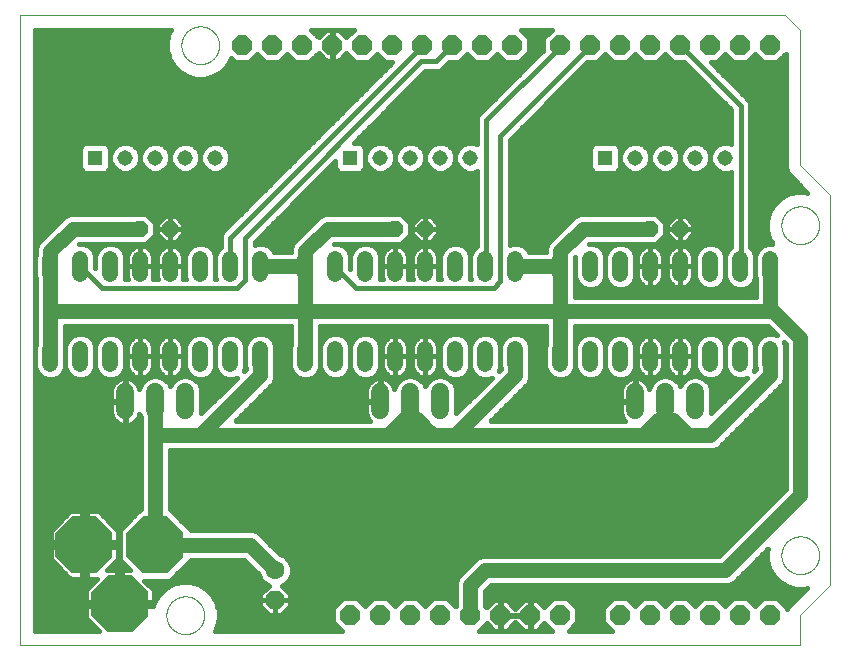
<source format=gtl>
G75*
%MOIN*%
%OFA0B0*%
%FSLAX25Y25*%
%IPPOS*%
%LPD*%
%AMOC8*
5,1,8,0,0,1.08239X$1,22.5*
%
%ADD10C,0.00000*%
%ADD11C,0.05200*%
%ADD12C,0.06000*%
%ADD13R,0.05150X0.05150*%
%ADD14C,0.05150*%
%ADD15OC8,0.19000*%
%ADD16OC8,0.06600*%
%ADD17OC8,0.05200*%
%ADD18OC8,0.06300*%
%ADD19C,0.06300*%
%ADD20C,0.01600*%
%ADD21C,0.05000*%
%ADD22C,0.02000*%
D10*
X0009350Y0005000D02*
X0269350Y0005000D01*
X0269350Y0015000D01*
X0279350Y0025000D01*
X0279350Y0155000D01*
X0269350Y0165000D01*
X0269350Y0210000D01*
X0264350Y0215000D01*
X0009350Y0215000D01*
X0009350Y0005000D01*
X0058051Y0015000D02*
X0058053Y0015158D01*
X0058059Y0015316D01*
X0058069Y0015474D01*
X0058083Y0015632D01*
X0058101Y0015789D01*
X0058122Y0015946D01*
X0058148Y0016102D01*
X0058178Y0016258D01*
X0058211Y0016413D01*
X0058249Y0016566D01*
X0058290Y0016719D01*
X0058335Y0016871D01*
X0058384Y0017022D01*
X0058437Y0017171D01*
X0058493Y0017319D01*
X0058553Y0017465D01*
X0058617Y0017610D01*
X0058685Y0017753D01*
X0058756Y0017895D01*
X0058830Y0018035D01*
X0058908Y0018172D01*
X0058990Y0018308D01*
X0059074Y0018442D01*
X0059163Y0018573D01*
X0059254Y0018702D01*
X0059349Y0018829D01*
X0059446Y0018954D01*
X0059547Y0019076D01*
X0059651Y0019195D01*
X0059758Y0019312D01*
X0059868Y0019426D01*
X0059981Y0019537D01*
X0060096Y0019646D01*
X0060214Y0019751D01*
X0060335Y0019853D01*
X0060458Y0019953D01*
X0060584Y0020049D01*
X0060712Y0020142D01*
X0060842Y0020232D01*
X0060975Y0020318D01*
X0061110Y0020402D01*
X0061246Y0020481D01*
X0061385Y0020558D01*
X0061526Y0020630D01*
X0061668Y0020700D01*
X0061812Y0020765D01*
X0061958Y0020827D01*
X0062105Y0020885D01*
X0062254Y0020940D01*
X0062404Y0020991D01*
X0062555Y0021038D01*
X0062707Y0021081D01*
X0062860Y0021120D01*
X0063015Y0021156D01*
X0063170Y0021187D01*
X0063326Y0021215D01*
X0063482Y0021239D01*
X0063639Y0021259D01*
X0063797Y0021275D01*
X0063954Y0021287D01*
X0064113Y0021295D01*
X0064271Y0021299D01*
X0064429Y0021299D01*
X0064587Y0021295D01*
X0064746Y0021287D01*
X0064903Y0021275D01*
X0065061Y0021259D01*
X0065218Y0021239D01*
X0065374Y0021215D01*
X0065530Y0021187D01*
X0065685Y0021156D01*
X0065840Y0021120D01*
X0065993Y0021081D01*
X0066145Y0021038D01*
X0066296Y0020991D01*
X0066446Y0020940D01*
X0066595Y0020885D01*
X0066742Y0020827D01*
X0066888Y0020765D01*
X0067032Y0020700D01*
X0067174Y0020630D01*
X0067315Y0020558D01*
X0067454Y0020481D01*
X0067590Y0020402D01*
X0067725Y0020318D01*
X0067858Y0020232D01*
X0067988Y0020142D01*
X0068116Y0020049D01*
X0068242Y0019953D01*
X0068365Y0019853D01*
X0068486Y0019751D01*
X0068604Y0019646D01*
X0068719Y0019537D01*
X0068832Y0019426D01*
X0068942Y0019312D01*
X0069049Y0019195D01*
X0069153Y0019076D01*
X0069254Y0018954D01*
X0069351Y0018829D01*
X0069446Y0018702D01*
X0069537Y0018573D01*
X0069626Y0018442D01*
X0069710Y0018308D01*
X0069792Y0018172D01*
X0069870Y0018035D01*
X0069944Y0017895D01*
X0070015Y0017753D01*
X0070083Y0017610D01*
X0070147Y0017465D01*
X0070207Y0017319D01*
X0070263Y0017171D01*
X0070316Y0017022D01*
X0070365Y0016871D01*
X0070410Y0016719D01*
X0070451Y0016566D01*
X0070489Y0016413D01*
X0070522Y0016258D01*
X0070552Y0016102D01*
X0070578Y0015946D01*
X0070599Y0015789D01*
X0070617Y0015632D01*
X0070631Y0015474D01*
X0070641Y0015316D01*
X0070647Y0015158D01*
X0070649Y0015000D01*
X0070647Y0014842D01*
X0070641Y0014684D01*
X0070631Y0014526D01*
X0070617Y0014368D01*
X0070599Y0014211D01*
X0070578Y0014054D01*
X0070552Y0013898D01*
X0070522Y0013742D01*
X0070489Y0013587D01*
X0070451Y0013434D01*
X0070410Y0013281D01*
X0070365Y0013129D01*
X0070316Y0012978D01*
X0070263Y0012829D01*
X0070207Y0012681D01*
X0070147Y0012535D01*
X0070083Y0012390D01*
X0070015Y0012247D01*
X0069944Y0012105D01*
X0069870Y0011965D01*
X0069792Y0011828D01*
X0069710Y0011692D01*
X0069626Y0011558D01*
X0069537Y0011427D01*
X0069446Y0011298D01*
X0069351Y0011171D01*
X0069254Y0011046D01*
X0069153Y0010924D01*
X0069049Y0010805D01*
X0068942Y0010688D01*
X0068832Y0010574D01*
X0068719Y0010463D01*
X0068604Y0010354D01*
X0068486Y0010249D01*
X0068365Y0010147D01*
X0068242Y0010047D01*
X0068116Y0009951D01*
X0067988Y0009858D01*
X0067858Y0009768D01*
X0067725Y0009682D01*
X0067590Y0009598D01*
X0067454Y0009519D01*
X0067315Y0009442D01*
X0067174Y0009370D01*
X0067032Y0009300D01*
X0066888Y0009235D01*
X0066742Y0009173D01*
X0066595Y0009115D01*
X0066446Y0009060D01*
X0066296Y0009009D01*
X0066145Y0008962D01*
X0065993Y0008919D01*
X0065840Y0008880D01*
X0065685Y0008844D01*
X0065530Y0008813D01*
X0065374Y0008785D01*
X0065218Y0008761D01*
X0065061Y0008741D01*
X0064903Y0008725D01*
X0064746Y0008713D01*
X0064587Y0008705D01*
X0064429Y0008701D01*
X0064271Y0008701D01*
X0064113Y0008705D01*
X0063954Y0008713D01*
X0063797Y0008725D01*
X0063639Y0008741D01*
X0063482Y0008761D01*
X0063326Y0008785D01*
X0063170Y0008813D01*
X0063015Y0008844D01*
X0062860Y0008880D01*
X0062707Y0008919D01*
X0062555Y0008962D01*
X0062404Y0009009D01*
X0062254Y0009060D01*
X0062105Y0009115D01*
X0061958Y0009173D01*
X0061812Y0009235D01*
X0061668Y0009300D01*
X0061526Y0009370D01*
X0061385Y0009442D01*
X0061246Y0009519D01*
X0061110Y0009598D01*
X0060975Y0009682D01*
X0060842Y0009768D01*
X0060712Y0009858D01*
X0060584Y0009951D01*
X0060458Y0010047D01*
X0060335Y0010147D01*
X0060214Y0010249D01*
X0060096Y0010354D01*
X0059981Y0010463D01*
X0059868Y0010574D01*
X0059758Y0010688D01*
X0059651Y0010805D01*
X0059547Y0010924D01*
X0059446Y0011046D01*
X0059349Y0011171D01*
X0059254Y0011298D01*
X0059163Y0011427D01*
X0059074Y0011558D01*
X0058990Y0011692D01*
X0058908Y0011828D01*
X0058830Y0011965D01*
X0058756Y0012105D01*
X0058685Y0012247D01*
X0058617Y0012390D01*
X0058553Y0012535D01*
X0058493Y0012681D01*
X0058437Y0012829D01*
X0058384Y0012978D01*
X0058335Y0013129D01*
X0058290Y0013281D01*
X0058249Y0013434D01*
X0058211Y0013587D01*
X0058178Y0013742D01*
X0058148Y0013898D01*
X0058122Y0014054D01*
X0058101Y0014211D01*
X0058083Y0014368D01*
X0058069Y0014526D01*
X0058059Y0014684D01*
X0058053Y0014842D01*
X0058051Y0015000D01*
X0263051Y0035000D02*
X0263053Y0035158D01*
X0263059Y0035316D01*
X0263069Y0035474D01*
X0263083Y0035632D01*
X0263101Y0035789D01*
X0263122Y0035946D01*
X0263148Y0036102D01*
X0263178Y0036258D01*
X0263211Y0036413D01*
X0263249Y0036566D01*
X0263290Y0036719D01*
X0263335Y0036871D01*
X0263384Y0037022D01*
X0263437Y0037171D01*
X0263493Y0037319D01*
X0263553Y0037465D01*
X0263617Y0037610D01*
X0263685Y0037753D01*
X0263756Y0037895D01*
X0263830Y0038035D01*
X0263908Y0038172D01*
X0263990Y0038308D01*
X0264074Y0038442D01*
X0264163Y0038573D01*
X0264254Y0038702D01*
X0264349Y0038829D01*
X0264446Y0038954D01*
X0264547Y0039076D01*
X0264651Y0039195D01*
X0264758Y0039312D01*
X0264868Y0039426D01*
X0264981Y0039537D01*
X0265096Y0039646D01*
X0265214Y0039751D01*
X0265335Y0039853D01*
X0265458Y0039953D01*
X0265584Y0040049D01*
X0265712Y0040142D01*
X0265842Y0040232D01*
X0265975Y0040318D01*
X0266110Y0040402D01*
X0266246Y0040481D01*
X0266385Y0040558D01*
X0266526Y0040630D01*
X0266668Y0040700D01*
X0266812Y0040765D01*
X0266958Y0040827D01*
X0267105Y0040885D01*
X0267254Y0040940D01*
X0267404Y0040991D01*
X0267555Y0041038D01*
X0267707Y0041081D01*
X0267860Y0041120D01*
X0268015Y0041156D01*
X0268170Y0041187D01*
X0268326Y0041215D01*
X0268482Y0041239D01*
X0268639Y0041259D01*
X0268797Y0041275D01*
X0268954Y0041287D01*
X0269113Y0041295D01*
X0269271Y0041299D01*
X0269429Y0041299D01*
X0269587Y0041295D01*
X0269746Y0041287D01*
X0269903Y0041275D01*
X0270061Y0041259D01*
X0270218Y0041239D01*
X0270374Y0041215D01*
X0270530Y0041187D01*
X0270685Y0041156D01*
X0270840Y0041120D01*
X0270993Y0041081D01*
X0271145Y0041038D01*
X0271296Y0040991D01*
X0271446Y0040940D01*
X0271595Y0040885D01*
X0271742Y0040827D01*
X0271888Y0040765D01*
X0272032Y0040700D01*
X0272174Y0040630D01*
X0272315Y0040558D01*
X0272454Y0040481D01*
X0272590Y0040402D01*
X0272725Y0040318D01*
X0272858Y0040232D01*
X0272988Y0040142D01*
X0273116Y0040049D01*
X0273242Y0039953D01*
X0273365Y0039853D01*
X0273486Y0039751D01*
X0273604Y0039646D01*
X0273719Y0039537D01*
X0273832Y0039426D01*
X0273942Y0039312D01*
X0274049Y0039195D01*
X0274153Y0039076D01*
X0274254Y0038954D01*
X0274351Y0038829D01*
X0274446Y0038702D01*
X0274537Y0038573D01*
X0274626Y0038442D01*
X0274710Y0038308D01*
X0274792Y0038172D01*
X0274870Y0038035D01*
X0274944Y0037895D01*
X0275015Y0037753D01*
X0275083Y0037610D01*
X0275147Y0037465D01*
X0275207Y0037319D01*
X0275263Y0037171D01*
X0275316Y0037022D01*
X0275365Y0036871D01*
X0275410Y0036719D01*
X0275451Y0036566D01*
X0275489Y0036413D01*
X0275522Y0036258D01*
X0275552Y0036102D01*
X0275578Y0035946D01*
X0275599Y0035789D01*
X0275617Y0035632D01*
X0275631Y0035474D01*
X0275641Y0035316D01*
X0275647Y0035158D01*
X0275649Y0035000D01*
X0275647Y0034842D01*
X0275641Y0034684D01*
X0275631Y0034526D01*
X0275617Y0034368D01*
X0275599Y0034211D01*
X0275578Y0034054D01*
X0275552Y0033898D01*
X0275522Y0033742D01*
X0275489Y0033587D01*
X0275451Y0033434D01*
X0275410Y0033281D01*
X0275365Y0033129D01*
X0275316Y0032978D01*
X0275263Y0032829D01*
X0275207Y0032681D01*
X0275147Y0032535D01*
X0275083Y0032390D01*
X0275015Y0032247D01*
X0274944Y0032105D01*
X0274870Y0031965D01*
X0274792Y0031828D01*
X0274710Y0031692D01*
X0274626Y0031558D01*
X0274537Y0031427D01*
X0274446Y0031298D01*
X0274351Y0031171D01*
X0274254Y0031046D01*
X0274153Y0030924D01*
X0274049Y0030805D01*
X0273942Y0030688D01*
X0273832Y0030574D01*
X0273719Y0030463D01*
X0273604Y0030354D01*
X0273486Y0030249D01*
X0273365Y0030147D01*
X0273242Y0030047D01*
X0273116Y0029951D01*
X0272988Y0029858D01*
X0272858Y0029768D01*
X0272725Y0029682D01*
X0272590Y0029598D01*
X0272454Y0029519D01*
X0272315Y0029442D01*
X0272174Y0029370D01*
X0272032Y0029300D01*
X0271888Y0029235D01*
X0271742Y0029173D01*
X0271595Y0029115D01*
X0271446Y0029060D01*
X0271296Y0029009D01*
X0271145Y0028962D01*
X0270993Y0028919D01*
X0270840Y0028880D01*
X0270685Y0028844D01*
X0270530Y0028813D01*
X0270374Y0028785D01*
X0270218Y0028761D01*
X0270061Y0028741D01*
X0269903Y0028725D01*
X0269746Y0028713D01*
X0269587Y0028705D01*
X0269429Y0028701D01*
X0269271Y0028701D01*
X0269113Y0028705D01*
X0268954Y0028713D01*
X0268797Y0028725D01*
X0268639Y0028741D01*
X0268482Y0028761D01*
X0268326Y0028785D01*
X0268170Y0028813D01*
X0268015Y0028844D01*
X0267860Y0028880D01*
X0267707Y0028919D01*
X0267555Y0028962D01*
X0267404Y0029009D01*
X0267254Y0029060D01*
X0267105Y0029115D01*
X0266958Y0029173D01*
X0266812Y0029235D01*
X0266668Y0029300D01*
X0266526Y0029370D01*
X0266385Y0029442D01*
X0266246Y0029519D01*
X0266110Y0029598D01*
X0265975Y0029682D01*
X0265842Y0029768D01*
X0265712Y0029858D01*
X0265584Y0029951D01*
X0265458Y0030047D01*
X0265335Y0030147D01*
X0265214Y0030249D01*
X0265096Y0030354D01*
X0264981Y0030463D01*
X0264868Y0030574D01*
X0264758Y0030688D01*
X0264651Y0030805D01*
X0264547Y0030924D01*
X0264446Y0031046D01*
X0264349Y0031171D01*
X0264254Y0031298D01*
X0264163Y0031427D01*
X0264074Y0031558D01*
X0263990Y0031692D01*
X0263908Y0031828D01*
X0263830Y0031965D01*
X0263756Y0032105D01*
X0263685Y0032247D01*
X0263617Y0032390D01*
X0263553Y0032535D01*
X0263493Y0032681D01*
X0263437Y0032829D01*
X0263384Y0032978D01*
X0263335Y0033129D01*
X0263290Y0033281D01*
X0263249Y0033434D01*
X0263211Y0033587D01*
X0263178Y0033742D01*
X0263148Y0033898D01*
X0263122Y0034054D01*
X0263101Y0034211D01*
X0263083Y0034368D01*
X0263069Y0034526D01*
X0263059Y0034684D01*
X0263053Y0034842D01*
X0263051Y0035000D01*
X0263051Y0145000D02*
X0263053Y0145158D01*
X0263059Y0145316D01*
X0263069Y0145474D01*
X0263083Y0145632D01*
X0263101Y0145789D01*
X0263122Y0145946D01*
X0263148Y0146102D01*
X0263178Y0146258D01*
X0263211Y0146413D01*
X0263249Y0146566D01*
X0263290Y0146719D01*
X0263335Y0146871D01*
X0263384Y0147022D01*
X0263437Y0147171D01*
X0263493Y0147319D01*
X0263553Y0147465D01*
X0263617Y0147610D01*
X0263685Y0147753D01*
X0263756Y0147895D01*
X0263830Y0148035D01*
X0263908Y0148172D01*
X0263990Y0148308D01*
X0264074Y0148442D01*
X0264163Y0148573D01*
X0264254Y0148702D01*
X0264349Y0148829D01*
X0264446Y0148954D01*
X0264547Y0149076D01*
X0264651Y0149195D01*
X0264758Y0149312D01*
X0264868Y0149426D01*
X0264981Y0149537D01*
X0265096Y0149646D01*
X0265214Y0149751D01*
X0265335Y0149853D01*
X0265458Y0149953D01*
X0265584Y0150049D01*
X0265712Y0150142D01*
X0265842Y0150232D01*
X0265975Y0150318D01*
X0266110Y0150402D01*
X0266246Y0150481D01*
X0266385Y0150558D01*
X0266526Y0150630D01*
X0266668Y0150700D01*
X0266812Y0150765D01*
X0266958Y0150827D01*
X0267105Y0150885D01*
X0267254Y0150940D01*
X0267404Y0150991D01*
X0267555Y0151038D01*
X0267707Y0151081D01*
X0267860Y0151120D01*
X0268015Y0151156D01*
X0268170Y0151187D01*
X0268326Y0151215D01*
X0268482Y0151239D01*
X0268639Y0151259D01*
X0268797Y0151275D01*
X0268954Y0151287D01*
X0269113Y0151295D01*
X0269271Y0151299D01*
X0269429Y0151299D01*
X0269587Y0151295D01*
X0269746Y0151287D01*
X0269903Y0151275D01*
X0270061Y0151259D01*
X0270218Y0151239D01*
X0270374Y0151215D01*
X0270530Y0151187D01*
X0270685Y0151156D01*
X0270840Y0151120D01*
X0270993Y0151081D01*
X0271145Y0151038D01*
X0271296Y0150991D01*
X0271446Y0150940D01*
X0271595Y0150885D01*
X0271742Y0150827D01*
X0271888Y0150765D01*
X0272032Y0150700D01*
X0272174Y0150630D01*
X0272315Y0150558D01*
X0272454Y0150481D01*
X0272590Y0150402D01*
X0272725Y0150318D01*
X0272858Y0150232D01*
X0272988Y0150142D01*
X0273116Y0150049D01*
X0273242Y0149953D01*
X0273365Y0149853D01*
X0273486Y0149751D01*
X0273604Y0149646D01*
X0273719Y0149537D01*
X0273832Y0149426D01*
X0273942Y0149312D01*
X0274049Y0149195D01*
X0274153Y0149076D01*
X0274254Y0148954D01*
X0274351Y0148829D01*
X0274446Y0148702D01*
X0274537Y0148573D01*
X0274626Y0148442D01*
X0274710Y0148308D01*
X0274792Y0148172D01*
X0274870Y0148035D01*
X0274944Y0147895D01*
X0275015Y0147753D01*
X0275083Y0147610D01*
X0275147Y0147465D01*
X0275207Y0147319D01*
X0275263Y0147171D01*
X0275316Y0147022D01*
X0275365Y0146871D01*
X0275410Y0146719D01*
X0275451Y0146566D01*
X0275489Y0146413D01*
X0275522Y0146258D01*
X0275552Y0146102D01*
X0275578Y0145946D01*
X0275599Y0145789D01*
X0275617Y0145632D01*
X0275631Y0145474D01*
X0275641Y0145316D01*
X0275647Y0145158D01*
X0275649Y0145000D01*
X0275647Y0144842D01*
X0275641Y0144684D01*
X0275631Y0144526D01*
X0275617Y0144368D01*
X0275599Y0144211D01*
X0275578Y0144054D01*
X0275552Y0143898D01*
X0275522Y0143742D01*
X0275489Y0143587D01*
X0275451Y0143434D01*
X0275410Y0143281D01*
X0275365Y0143129D01*
X0275316Y0142978D01*
X0275263Y0142829D01*
X0275207Y0142681D01*
X0275147Y0142535D01*
X0275083Y0142390D01*
X0275015Y0142247D01*
X0274944Y0142105D01*
X0274870Y0141965D01*
X0274792Y0141828D01*
X0274710Y0141692D01*
X0274626Y0141558D01*
X0274537Y0141427D01*
X0274446Y0141298D01*
X0274351Y0141171D01*
X0274254Y0141046D01*
X0274153Y0140924D01*
X0274049Y0140805D01*
X0273942Y0140688D01*
X0273832Y0140574D01*
X0273719Y0140463D01*
X0273604Y0140354D01*
X0273486Y0140249D01*
X0273365Y0140147D01*
X0273242Y0140047D01*
X0273116Y0139951D01*
X0272988Y0139858D01*
X0272858Y0139768D01*
X0272725Y0139682D01*
X0272590Y0139598D01*
X0272454Y0139519D01*
X0272315Y0139442D01*
X0272174Y0139370D01*
X0272032Y0139300D01*
X0271888Y0139235D01*
X0271742Y0139173D01*
X0271595Y0139115D01*
X0271446Y0139060D01*
X0271296Y0139009D01*
X0271145Y0138962D01*
X0270993Y0138919D01*
X0270840Y0138880D01*
X0270685Y0138844D01*
X0270530Y0138813D01*
X0270374Y0138785D01*
X0270218Y0138761D01*
X0270061Y0138741D01*
X0269903Y0138725D01*
X0269746Y0138713D01*
X0269587Y0138705D01*
X0269429Y0138701D01*
X0269271Y0138701D01*
X0269113Y0138705D01*
X0268954Y0138713D01*
X0268797Y0138725D01*
X0268639Y0138741D01*
X0268482Y0138761D01*
X0268326Y0138785D01*
X0268170Y0138813D01*
X0268015Y0138844D01*
X0267860Y0138880D01*
X0267707Y0138919D01*
X0267555Y0138962D01*
X0267404Y0139009D01*
X0267254Y0139060D01*
X0267105Y0139115D01*
X0266958Y0139173D01*
X0266812Y0139235D01*
X0266668Y0139300D01*
X0266526Y0139370D01*
X0266385Y0139442D01*
X0266246Y0139519D01*
X0266110Y0139598D01*
X0265975Y0139682D01*
X0265842Y0139768D01*
X0265712Y0139858D01*
X0265584Y0139951D01*
X0265458Y0140047D01*
X0265335Y0140147D01*
X0265214Y0140249D01*
X0265096Y0140354D01*
X0264981Y0140463D01*
X0264868Y0140574D01*
X0264758Y0140688D01*
X0264651Y0140805D01*
X0264547Y0140924D01*
X0264446Y0141046D01*
X0264349Y0141171D01*
X0264254Y0141298D01*
X0264163Y0141427D01*
X0264074Y0141558D01*
X0263990Y0141692D01*
X0263908Y0141828D01*
X0263830Y0141965D01*
X0263756Y0142105D01*
X0263685Y0142247D01*
X0263617Y0142390D01*
X0263553Y0142535D01*
X0263493Y0142681D01*
X0263437Y0142829D01*
X0263384Y0142978D01*
X0263335Y0143129D01*
X0263290Y0143281D01*
X0263249Y0143434D01*
X0263211Y0143587D01*
X0263178Y0143742D01*
X0263148Y0143898D01*
X0263122Y0144054D01*
X0263101Y0144211D01*
X0263083Y0144368D01*
X0263069Y0144526D01*
X0263059Y0144684D01*
X0263053Y0144842D01*
X0263051Y0145000D01*
X0063051Y0205000D02*
X0063053Y0205158D01*
X0063059Y0205316D01*
X0063069Y0205474D01*
X0063083Y0205632D01*
X0063101Y0205789D01*
X0063122Y0205946D01*
X0063148Y0206102D01*
X0063178Y0206258D01*
X0063211Y0206413D01*
X0063249Y0206566D01*
X0063290Y0206719D01*
X0063335Y0206871D01*
X0063384Y0207022D01*
X0063437Y0207171D01*
X0063493Y0207319D01*
X0063553Y0207465D01*
X0063617Y0207610D01*
X0063685Y0207753D01*
X0063756Y0207895D01*
X0063830Y0208035D01*
X0063908Y0208172D01*
X0063990Y0208308D01*
X0064074Y0208442D01*
X0064163Y0208573D01*
X0064254Y0208702D01*
X0064349Y0208829D01*
X0064446Y0208954D01*
X0064547Y0209076D01*
X0064651Y0209195D01*
X0064758Y0209312D01*
X0064868Y0209426D01*
X0064981Y0209537D01*
X0065096Y0209646D01*
X0065214Y0209751D01*
X0065335Y0209853D01*
X0065458Y0209953D01*
X0065584Y0210049D01*
X0065712Y0210142D01*
X0065842Y0210232D01*
X0065975Y0210318D01*
X0066110Y0210402D01*
X0066246Y0210481D01*
X0066385Y0210558D01*
X0066526Y0210630D01*
X0066668Y0210700D01*
X0066812Y0210765D01*
X0066958Y0210827D01*
X0067105Y0210885D01*
X0067254Y0210940D01*
X0067404Y0210991D01*
X0067555Y0211038D01*
X0067707Y0211081D01*
X0067860Y0211120D01*
X0068015Y0211156D01*
X0068170Y0211187D01*
X0068326Y0211215D01*
X0068482Y0211239D01*
X0068639Y0211259D01*
X0068797Y0211275D01*
X0068954Y0211287D01*
X0069113Y0211295D01*
X0069271Y0211299D01*
X0069429Y0211299D01*
X0069587Y0211295D01*
X0069746Y0211287D01*
X0069903Y0211275D01*
X0070061Y0211259D01*
X0070218Y0211239D01*
X0070374Y0211215D01*
X0070530Y0211187D01*
X0070685Y0211156D01*
X0070840Y0211120D01*
X0070993Y0211081D01*
X0071145Y0211038D01*
X0071296Y0210991D01*
X0071446Y0210940D01*
X0071595Y0210885D01*
X0071742Y0210827D01*
X0071888Y0210765D01*
X0072032Y0210700D01*
X0072174Y0210630D01*
X0072315Y0210558D01*
X0072454Y0210481D01*
X0072590Y0210402D01*
X0072725Y0210318D01*
X0072858Y0210232D01*
X0072988Y0210142D01*
X0073116Y0210049D01*
X0073242Y0209953D01*
X0073365Y0209853D01*
X0073486Y0209751D01*
X0073604Y0209646D01*
X0073719Y0209537D01*
X0073832Y0209426D01*
X0073942Y0209312D01*
X0074049Y0209195D01*
X0074153Y0209076D01*
X0074254Y0208954D01*
X0074351Y0208829D01*
X0074446Y0208702D01*
X0074537Y0208573D01*
X0074626Y0208442D01*
X0074710Y0208308D01*
X0074792Y0208172D01*
X0074870Y0208035D01*
X0074944Y0207895D01*
X0075015Y0207753D01*
X0075083Y0207610D01*
X0075147Y0207465D01*
X0075207Y0207319D01*
X0075263Y0207171D01*
X0075316Y0207022D01*
X0075365Y0206871D01*
X0075410Y0206719D01*
X0075451Y0206566D01*
X0075489Y0206413D01*
X0075522Y0206258D01*
X0075552Y0206102D01*
X0075578Y0205946D01*
X0075599Y0205789D01*
X0075617Y0205632D01*
X0075631Y0205474D01*
X0075641Y0205316D01*
X0075647Y0205158D01*
X0075649Y0205000D01*
X0075647Y0204842D01*
X0075641Y0204684D01*
X0075631Y0204526D01*
X0075617Y0204368D01*
X0075599Y0204211D01*
X0075578Y0204054D01*
X0075552Y0203898D01*
X0075522Y0203742D01*
X0075489Y0203587D01*
X0075451Y0203434D01*
X0075410Y0203281D01*
X0075365Y0203129D01*
X0075316Y0202978D01*
X0075263Y0202829D01*
X0075207Y0202681D01*
X0075147Y0202535D01*
X0075083Y0202390D01*
X0075015Y0202247D01*
X0074944Y0202105D01*
X0074870Y0201965D01*
X0074792Y0201828D01*
X0074710Y0201692D01*
X0074626Y0201558D01*
X0074537Y0201427D01*
X0074446Y0201298D01*
X0074351Y0201171D01*
X0074254Y0201046D01*
X0074153Y0200924D01*
X0074049Y0200805D01*
X0073942Y0200688D01*
X0073832Y0200574D01*
X0073719Y0200463D01*
X0073604Y0200354D01*
X0073486Y0200249D01*
X0073365Y0200147D01*
X0073242Y0200047D01*
X0073116Y0199951D01*
X0072988Y0199858D01*
X0072858Y0199768D01*
X0072725Y0199682D01*
X0072590Y0199598D01*
X0072454Y0199519D01*
X0072315Y0199442D01*
X0072174Y0199370D01*
X0072032Y0199300D01*
X0071888Y0199235D01*
X0071742Y0199173D01*
X0071595Y0199115D01*
X0071446Y0199060D01*
X0071296Y0199009D01*
X0071145Y0198962D01*
X0070993Y0198919D01*
X0070840Y0198880D01*
X0070685Y0198844D01*
X0070530Y0198813D01*
X0070374Y0198785D01*
X0070218Y0198761D01*
X0070061Y0198741D01*
X0069903Y0198725D01*
X0069746Y0198713D01*
X0069587Y0198705D01*
X0069429Y0198701D01*
X0069271Y0198701D01*
X0069113Y0198705D01*
X0068954Y0198713D01*
X0068797Y0198725D01*
X0068639Y0198741D01*
X0068482Y0198761D01*
X0068326Y0198785D01*
X0068170Y0198813D01*
X0068015Y0198844D01*
X0067860Y0198880D01*
X0067707Y0198919D01*
X0067555Y0198962D01*
X0067404Y0199009D01*
X0067254Y0199060D01*
X0067105Y0199115D01*
X0066958Y0199173D01*
X0066812Y0199235D01*
X0066668Y0199300D01*
X0066526Y0199370D01*
X0066385Y0199442D01*
X0066246Y0199519D01*
X0066110Y0199598D01*
X0065975Y0199682D01*
X0065842Y0199768D01*
X0065712Y0199858D01*
X0065584Y0199951D01*
X0065458Y0200047D01*
X0065335Y0200147D01*
X0065214Y0200249D01*
X0065096Y0200354D01*
X0064981Y0200463D01*
X0064868Y0200574D01*
X0064758Y0200688D01*
X0064651Y0200805D01*
X0064547Y0200924D01*
X0064446Y0201046D01*
X0064349Y0201171D01*
X0064254Y0201298D01*
X0064163Y0201427D01*
X0064074Y0201558D01*
X0063990Y0201692D01*
X0063908Y0201828D01*
X0063830Y0201965D01*
X0063756Y0202105D01*
X0063685Y0202247D01*
X0063617Y0202390D01*
X0063553Y0202535D01*
X0063493Y0202681D01*
X0063437Y0202829D01*
X0063384Y0202978D01*
X0063335Y0203129D01*
X0063290Y0203281D01*
X0063249Y0203434D01*
X0063211Y0203587D01*
X0063178Y0203742D01*
X0063148Y0203898D01*
X0063122Y0204054D01*
X0063101Y0204211D01*
X0063083Y0204368D01*
X0063069Y0204526D01*
X0063059Y0204684D01*
X0063053Y0204842D01*
X0063051Y0205000D01*
D11*
X0059350Y0133850D02*
X0059350Y0128650D01*
X0069350Y0128650D02*
X0069350Y0133850D01*
X0079350Y0133850D02*
X0079350Y0128650D01*
X0089350Y0128650D02*
X0089350Y0133850D01*
X0104350Y0133850D02*
X0104350Y0128650D01*
X0114350Y0128650D02*
X0114350Y0133850D01*
X0124350Y0133850D02*
X0124350Y0128650D01*
X0134350Y0128650D02*
X0134350Y0133850D01*
X0144350Y0133850D02*
X0144350Y0128650D01*
X0154350Y0128650D02*
X0154350Y0133850D01*
X0164350Y0133850D02*
X0164350Y0128650D01*
X0174350Y0128650D02*
X0174350Y0133850D01*
X0189350Y0133850D02*
X0189350Y0128650D01*
X0199350Y0128650D02*
X0199350Y0133850D01*
X0209350Y0133850D02*
X0209350Y0128650D01*
X0219350Y0128650D02*
X0219350Y0133850D01*
X0229350Y0133850D02*
X0229350Y0128650D01*
X0239350Y0128650D02*
X0239350Y0133850D01*
X0249350Y0133850D02*
X0249350Y0128650D01*
X0259350Y0128650D02*
X0259350Y0133850D01*
X0259350Y0103850D02*
X0259350Y0098650D01*
X0249350Y0098650D02*
X0249350Y0103850D01*
X0239350Y0103850D02*
X0239350Y0098650D01*
X0229350Y0098650D02*
X0229350Y0103850D01*
X0219350Y0103850D02*
X0219350Y0098650D01*
X0209350Y0098650D02*
X0209350Y0103850D01*
X0199350Y0103850D02*
X0199350Y0098650D01*
X0189350Y0098650D02*
X0189350Y0103850D01*
X0174350Y0103850D02*
X0174350Y0098650D01*
X0164350Y0098650D02*
X0164350Y0103850D01*
X0154350Y0103850D02*
X0154350Y0098650D01*
X0144350Y0098650D02*
X0144350Y0103850D01*
X0134350Y0103850D02*
X0134350Y0098650D01*
X0124350Y0098650D02*
X0124350Y0103850D01*
X0114350Y0103850D02*
X0114350Y0098650D01*
X0104350Y0098650D02*
X0104350Y0103850D01*
X0089350Y0103850D02*
X0089350Y0098650D01*
X0079350Y0098650D02*
X0079350Y0103850D01*
X0069350Y0103850D02*
X0069350Y0098650D01*
X0059350Y0098650D02*
X0059350Y0103850D01*
X0049350Y0103850D02*
X0049350Y0098650D01*
X0039350Y0098650D02*
X0039350Y0103850D01*
X0029350Y0103850D02*
X0029350Y0098650D01*
X0019350Y0098650D02*
X0019350Y0103850D01*
X0019350Y0128650D02*
X0019350Y0133850D01*
X0029350Y0133850D02*
X0029350Y0128650D01*
X0039350Y0128650D02*
X0039350Y0133850D01*
X0049350Y0133850D02*
X0049350Y0128650D01*
D12*
X0044350Y0089250D02*
X0044350Y0083250D01*
X0054350Y0083250D02*
X0054350Y0089250D01*
X0064350Y0089250D02*
X0064350Y0083250D01*
X0129350Y0083250D02*
X0129350Y0089250D01*
X0139350Y0089250D02*
X0139350Y0083250D01*
X0149350Y0083250D02*
X0149350Y0089250D01*
X0214350Y0089250D02*
X0214350Y0083250D01*
X0224350Y0083250D02*
X0224350Y0089250D01*
X0234350Y0089250D02*
X0234350Y0083250D01*
D13*
X0204350Y0167500D03*
X0119350Y0167500D03*
X0034350Y0167500D03*
D14*
X0044350Y0167500D03*
X0054350Y0167500D03*
X0064350Y0167500D03*
X0074350Y0167500D03*
X0129350Y0167500D03*
X0139350Y0167500D03*
X0149350Y0167500D03*
X0159350Y0167500D03*
X0214350Y0167500D03*
X0224350Y0167500D03*
X0234350Y0167500D03*
X0244350Y0167500D03*
D15*
X0054350Y0038450D03*
X0042550Y0018750D03*
X0030750Y0038450D03*
D16*
X0119350Y0015000D03*
X0129350Y0015000D03*
X0139350Y0015000D03*
X0149350Y0015000D03*
X0159350Y0015000D03*
X0169350Y0015000D03*
X0179350Y0015000D03*
X0189350Y0015000D03*
X0209350Y0015000D03*
X0219350Y0015000D03*
X0229350Y0015000D03*
X0239350Y0015000D03*
X0249350Y0015000D03*
X0259350Y0015000D03*
X0259350Y0205000D03*
X0249350Y0205000D03*
X0239350Y0205000D03*
X0229350Y0205000D03*
X0219350Y0205000D03*
X0209350Y0205000D03*
X0199350Y0205000D03*
X0189350Y0205000D03*
X0173350Y0205000D03*
X0163350Y0205000D03*
X0153350Y0205000D03*
X0143350Y0205000D03*
X0133350Y0205000D03*
X0123350Y0205000D03*
X0113350Y0205000D03*
X0103350Y0205000D03*
X0093350Y0205000D03*
X0083350Y0205000D03*
D17*
X0059350Y0143750D03*
X0049350Y0143750D03*
X0134350Y0143750D03*
X0144350Y0143750D03*
X0219350Y0143750D03*
X0229350Y0143750D03*
D18*
X0094350Y0020000D03*
D19*
X0094350Y0030000D03*
D20*
X0092223Y0024874D02*
X0089400Y0022050D01*
X0089400Y0020000D01*
X0094350Y0020000D01*
X0099300Y0020000D01*
X0099300Y0022050D01*
X0096477Y0024874D01*
X0097494Y0025295D01*
X0099055Y0026856D01*
X0099900Y0028896D01*
X0099900Y0031104D01*
X0099055Y0033144D01*
X0097494Y0034705D01*
X0095925Y0035355D01*
X0088676Y0042604D01*
X0086875Y0043350D01*
X0066250Y0043350D01*
X0066250Y0043379D01*
X0059279Y0050350D01*
X0059250Y0050350D01*
X0059250Y0070100D01*
X0240325Y0070100D01*
X0242126Y0070846D01*
X0262126Y0090846D01*
X0263504Y0092224D01*
X0264250Y0094025D01*
X0264250Y0097414D01*
X0264350Y0097655D01*
X0264350Y0104845D01*
X0263837Y0106084D01*
X0264450Y0105470D01*
X0264450Y0057030D01*
X0242320Y0034900D01*
X0163375Y0034900D01*
X0161574Y0034154D01*
X0160196Y0032776D01*
X0155196Y0027776D01*
X0154450Y0025975D01*
X0154450Y0018161D01*
X0154350Y0018061D01*
X0151711Y0020700D01*
X0146989Y0020700D01*
X0144350Y0018061D01*
X0141711Y0020700D01*
X0136989Y0020700D01*
X0134350Y0018061D01*
X0131711Y0020700D01*
X0126989Y0020700D01*
X0124350Y0018061D01*
X0121711Y0020700D01*
X0116989Y0020700D01*
X0113650Y0017361D01*
X0113650Y0012639D01*
X0116489Y0009800D01*
X0074164Y0009800D01*
X0074693Y0010716D01*
X0075449Y0013539D01*
X0075449Y0016461D01*
X0074693Y0019284D01*
X0073232Y0021815D01*
X0071165Y0023882D01*
X0068634Y0025343D01*
X0065811Y0026099D01*
X0062889Y0026099D01*
X0060066Y0025343D01*
X0057535Y0023882D01*
X0055468Y0021815D01*
X0054007Y0019284D01*
X0053650Y0017950D01*
X0043350Y0017950D01*
X0043350Y0019550D01*
X0041750Y0019550D01*
X0041750Y0030050D01*
X0038331Y0030050D01*
X0042050Y0033769D01*
X0042050Y0037650D01*
X0031550Y0037650D01*
X0031550Y0039250D01*
X0029950Y0039250D01*
X0029950Y0049750D01*
X0026069Y0049750D01*
X0019450Y0043131D01*
X0019450Y0039250D01*
X0029950Y0039250D01*
X0029950Y0037650D01*
X0031550Y0037650D01*
X0031550Y0027150D01*
X0034969Y0027150D01*
X0031250Y0023431D01*
X0031250Y0019550D01*
X0041750Y0019550D01*
X0041750Y0017950D01*
X0031250Y0017950D01*
X0031250Y0014069D01*
X0035519Y0009800D01*
X0014150Y0009800D01*
X0014150Y0210200D01*
X0059536Y0210200D01*
X0059007Y0209284D01*
X0058251Y0206461D01*
X0058251Y0203539D01*
X0059007Y0200716D01*
X0060468Y0198185D01*
X0062535Y0196118D01*
X0065066Y0194657D01*
X0067889Y0193901D01*
X0070811Y0193901D01*
X0073634Y0194657D01*
X0076165Y0196118D01*
X0078232Y0198185D01*
X0079649Y0200640D01*
X0080989Y0199300D01*
X0085711Y0199300D01*
X0088350Y0201939D01*
X0090989Y0199300D01*
X0095711Y0199300D01*
X0098350Y0201939D01*
X0100989Y0199300D01*
X0105711Y0199300D01*
X0108774Y0202363D01*
X0111238Y0199900D01*
X0113166Y0199900D01*
X0113166Y0204816D01*
X0113534Y0204816D01*
X0113534Y0199900D01*
X0115462Y0199900D01*
X0117926Y0202363D01*
X0120989Y0199300D01*
X0125711Y0199300D01*
X0128350Y0201939D01*
X0130989Y0199300D01*
X0133325Y0199300D01*
X0076637Y0142613D01*
X0076150Y0141437D01*
X0076150Y0137721D01*
X0075111Y0136682D01*
X0074350Y0134845D01*
X0073589Y0136682D01*
X0072182Y0138089D01*
X0070345Y0138850D01*
X0068355Y0138850D01*
X0066518Y0138089D01*
X0065111Y0136682D01*
X0064350Y0134845D01*
X0064350Y0127655D01*
X0064539Y0127200D01*
X0063505Y0127200D01*
X0063642Y0127620D01*
X0063750Y0128304D01*
X0063750Y0131250D01*
X0063750Y0134196D01*
X0063642Y0134880D01*
X0063428Y0135539D01*
X0063113Y0136156D01*
X0062706Y0136716D01*
X0062216Y0137206D01*
X0061656Y0137613D01*
X0061039Y0137928D01*
X0060380Y0138142D01*
X0059696Y0138250D01*
X0059350Y0138250D01*
X0059350Y0131250D01*
X0059350Y0131250D01*
X0063750Y0131250D01*
X0059350Y0131250D01*
X0059350Y0131250D01*
X0059350Y0131250D01*
X0054950Y0131250D01*
X0054950Y0134196D01*
X0055058Y0134880D01*
X0055272Y0135539D01*
X0055587Y0136156D01*
X0055994Y0136716D01*
X0056484Y0137206D01*
X0057044Y0137613D01*
X0057661Y0137928D01*
X0058320Y0138142D01*
X0059004Y0138250D01*
X0059350Y0138250D01*
X0059350Y0131250D01*
X0054950Y0131250D01*
X0054950Y0128304D01*
X0055058Y0127620D01*
X0055195Y0127200D01*
X0053505Y0127200D01*
X0053642Y0127620D01*
X0053750Y0128304D01*
X0053750Y0131250D01*
X0053750Y0134196D01*
X0053642Y0134880D01*
X0053428Y0135539D01*
X0053113Y0136156D01*
X0052706Y0136716D01*
X0052216Y0137206D01*
X0051656Y0137613D01*
X0051039Y0137928D01*
X0050380Y0138142D01*
X0049696Y0138250D01*
X0049350Y0138250D01*
X0049350Y0131250D01*
X0053750Y0131250D01*
X0049350Y0131250D01*
X0049350Y0131250D01*
X0049350Y0131250D01*
X0049350Y0131250D01*
X0044950Y0131250D01*
X0044950Y0134196D01*
X0045058Y0134880D01*
X0045272Y0135539D01*
X0045587Y0136156D01*
X0045994Y0136716D01*
X0046484Y0137206D01*
X0047044Y0137613D01*
X0047661Y0137928D01*
X0048320Y0138142D01*
X0049004Y0138250D01*
X0049350Y0138250D01*
X0049350Y0131250D01*
X0044950Y0131250D01*
X0044950Y0128304D01*
X0045058Y0127620D01*
X0045195Y0127200D01*
X0044161Y0127200D01*
X0044350Y0127655D01*
X0044350Y0134845D01*
X0043589Y0136682D01*
X0042182Y0138089D01*
X0040345Y0138850D01*
X0038355Y0138850D01*
X0036518Y0138089D01*
X0035111Y0136682D01*
X0034350Y0134845D01*
X0033589Y0136682D01*
X0032182Y0138089D01*
X0030345Y0138850D01*
X0028880Y0138850D01*
X0047179Y0138850D01*
X0047279Y0138750D01*
X0051421Y0138750D01*
X0054350Y0141679D01*
X0054350Y0145821D01*
X0051421Y0148750D01*
X0047279Y0148750D01*
X0047179Y0148650D01*
X0025875Y0148650D01*
X0024074Y0147904D01*
X0022696Y0146526D01*
X0015196Y0139026D01*
X0014450Y0137225D01*
X0014450Y0135086D01*
X0014350Y0134845D01*
X0014350Y0127655D01*
X0014450Y0127414D01*
X0014450Y0105086D01*
X0014350Y0104845D01*
X0014350Y0097655D01*
X0015111Y0095818D01*
X0016518Y0094411D01*
X0018355Y0093650D01*
X0020345Y0093650D01*
X0022182Y0094411D01*
X0023589Y0095818D01*
X0024350Y0097655D01*
X0025111Y0095818D01*
X0026518Y0094411D01*
X0028355Y0093650D01*
X0030345Y0093650D01*
X0032182Y0094411D01*
X0033589Y0095818D01*
X0034350Y0097655D01*
X0035111Y0095818D01*
X0036518Y0094411D01*
X0038355Y0093650D01*
X0040345Y0093650D01*
X0042182Y0094411D01*
X0043589Y0095818D01*
X0044350Y0097655D01*
X0044350Y0104845D01*
X0043589Y0106682D01*
X0042182Y0108089D01*
X0040345Y0108850D01*
X0038355Y0108850D01*
X0036518Y0108089D01*
X0035111Y0106682D01*
X0034350Y0104845D01*
X0034350Y0097655D01*
X0034350Y0104845D01*
X0033589Y0106682D01*
X0032182Y0108089D01*
X0030345Y0108850D01*
X0028355Y0108850D01*
X0026518Y0108089D01*
X0025111Y0106682D01*
X0024350Y0104845D01*
X0024350Y0097655D01*
X0024350Y0104845D01*
X0024250Y0105086D01*
X0024250Y0111350D01*
X0099450Y0111350D01*
X0099450Y0105086D01*
X0099350Y0104845D01*
X0099350Y0097655D01*
X0100111Y0095818D01*
X0101518Y0094411D01*
X0103355Y0093650D01*
X0105345Y0093650D01*
X0107182Y0094411D01*
X0108589Y0095818D01*
X0109350Y0097655D01*
X0110111Y0095818D01*
X0111518Y0094411D01*
X0113355Y0093650D01*
X0115345Y0093650D01*
X0117182Y0094411D01*
X0118589Y0095818D01*
X0119350Y0097655D01*
X0120111Y0095818D01*
X0121518Y0094411D01*
X0123355Y0093650D01*
X0125345Y0093650D01*
X0127182Y0094411D01*
X0128589Y0095818D01*
X0129350Y0097655D01*
X0129350Y0104845D01*
X0128589Y0106682D01*
X0127182Y0108089D01*
X0125345Y0108850D01*
X0123355Y0108850D01*
X0121518Y0108089D01*
X0120111Y0106682D01*
X0119350Y0104845D01*
X0119350Y0097655D01*
X0119350Y0104845D01*
X0118589Y0106682D01*
X0117182Y0108089D01*
X0115345Y0108850D01*
X0113355Y0108850D01*
X0111518Y0108089D01*
X0110111Y0106682D01*
X0109350Y0104845D01*
X0109350Y0097655D01*
X0109350Y0104845D01*
X0109250Y0105086D01*
X0109250Y0111350D01*
X0184450Y0111350D01*
X0184450Y0105086D01*
X0184350Y0104845D01*
X0184350Y0097655D01*
X0185111Y0095818D01*
X0186518Y0094411D01*
X0188355Y0093650D01*
X0190345Y0093650D01*
X0192182Y0094411D01*
X0193589Y0095818D01*
X0194350Y0097655D01*
X0195111Y0095818D01*
X0196518Y0094411D01*
X0198355Y0093650D01*
X0200345Y0093650D01*
X0202182Y0094411D01*
X0203589Y0095818D01*
X0204350Y0097655D01*
X0205111Y0095818D01*
X0206518Y0094411D01*
X0208355Y0093650D01*
X0210345Y0093650D01*
X0212182Y0094411D01*
X0213589Y0095818D01*
X0214350Y0097655D01*
X0214350Y0104845D01*
X0213589Y0106682D01*
X0212182Y0108089D01*
X0210345Y0108850D01*
X0208355Y0108850D01*
X0206518Y0108089D01*
X0205111Y0106682D01*
X0204350Y0104845D01*
X0204350Y0097655D01*
X0204350Y0104845D01*
X0203589Y0106682D01*
X0202182Y0108089D01*
X0200345Y0108850D01*
X0198355Y0108850D01*
X0196518Y0108089D01*
X0195111Y0106682D01*
X0194350Y0104845D01*
X0194350Y0097655D01*
X0194350Y0104845D01*
X0194250Y0105086D01*
X0194250Y0111350D01*
X0258570Y0111350D01*
X0261584Y0108337D01*
X0260345Y0108850D01*
X0258355Y0108850D01*
X0256518Y0108089D01*
X0255111Y0106682D01*
X0254350Y0104845D01*
X0253589Y0106682D01*
X0252182Y0108089D01*
X0250345Y0108850D01*
X0248355Y0108850D01*
X0246518Y0108089D01*
X0245111Y0106682D01*
X0244350Y0104845D01*
X0243589Y0106682D01*
X0242182Y0108089D01*
X0240345Y0108850D01*
X0238355Y0108850D01*
X0236518Y0108089D01*
X0235111Y0106682D01*
X0234350Y0104845D01*
X0234350Y0097655D01*
X0235111Y0095818D01*
X0236518Y0094411D01*
X0238355Y0093650D01*
X0240345Y0093650D01*
X0242182Y0094411D01*
X0243589Y0095818D01*
X0244350Y0097655D01*
X0244350Y0104845D01*
X0244350Y0097655D01*
X0245111Y0095818D01*
X0246518Y0094411D01*
X0248355Y0093650D01*
X0250345Y0093650D01*
X0251584Y0094163D01*
X0239750Y0082330D01*
X0239750Y0090324D01*
X0238928Y0092309D01*
X0237409Y0093828D01*
X0235424Y0094650D01*
X0233276Y0094650D01*
X0231291Y0093828D01*
X0229772Y0092309D01*
X0229350Y0091290D01*
X0228928Y0092309D01*
X0227409Y0093828D01*
X0225424Y0094650D01*
X0223276Y0094650D01*
X0221291Y0093828D01*
X0219772Y0092309D01*
X0219005Y0090457D01*
X0218798Y0091093D01*
X0218455Y0091766D01*
X0218011Y0092377D01*
X0217477Y0092911D01*
X0216866Y0093355D01*
X0216193Y0093698D01*
X0215474Y0093932D01*
X0214728Y0094050D01*
X0214550Y0094050D01*
X0214550Y0086450D01*
X0214150Y0086450D01*
X0214150Y0094050D01*
X0213972Y0094050D01*
X0213226Y0093932D01*
X0212507Y0093698D01*
X0211834Y0093355D01*
X0211223Y0092911D01*
X0210689Y0092377D01*
X0210245Y0091766D01*
X0209902Y0091093D01*
X0209668Y0090374D01*
X0209550Y0089628D01*
X0209550Y0086450D01*
X0214150Y0086450D01*
X0214150Y0086050D01*
X0209550Y0086050D01*
X0209550Y0082872D01*
X0209668Y0082126D01*
X0209902Y0081407D01*
X0210245Y0080734D01*
X0210689Y0080123D01*
X0210912Y0079900D01*
X0166180Y0079900D01*
X0178504Y0092224D01*
X0179250Y0094025D01*
X0179250Y0097414D01*
X0179350Y0097655D01*
X0179350Y0104845D01*
X0178589Y0106682D01*
X0177182Y0108089D01*
X0175345Y0108850D01*
X0173355Y0108850D01*
X0171518Y0108089D01*
X0170111Y0106682D01*
X0169350Y0104845D01*
X0168589Y0106682D01*
X0167182Y0108089D01*
X0165345Y0108850D01*
X0163355Y0108850D01*
X0161518Y0108089D01*
X0160111Y0106682D01*
X0159350Y0104845D01*
X0158589Y0106682D01*
X0157182Y0108089D01*
X0155345Y0108850D01*
X0153355Y0108850D01*
X0151518Y0108089D01*
X0150111Y0106682D01*
X0149350Y0104845D01*
X0149350Y0097655D01*
X0150111Y0095818D01*
X0151518Y0094411D01*
X0153355Y0093650D01*
X0155345Y0093650D01*
X0157182Y0094411D01*
X0158589Y0095818D01*
X0159350Y0097655D01*
X0159350Y0104845D01*
X0159350Y0097655D01*
X0160111Y0095818D01*
X0161518Y0094411D01*
X0163355Y0093650D01*
X0165345Y0093650D01*
X0166584Y0094163D01*
X0154750Y0082330D01*
X0154750Y0090324D01*
X0153928Y0092309D01*
X0152409Y0093828D01*
X0150424Y0094650D01*
X0148276Y0094650D01*
X0146291Y0093828D01*
X0144772Y0092309D01*
X0144350Y0091290D01*
X0143928Y0092309D01*
X0142409Y0093828D01*
X0140424Y0094650D01*
X0138276Y0094650D01*
X0136291Y0093828D01*
X0134772Y0092309D01*
X0134005Y0090457D01*
X0133798Y0091093D01*
X0133455Y0091766D01*
X0133011Y0092377D01*
X0132477Y0092911D01*
X0131866Y0093355D01*
X0131193Y0093698D01*
X0130474Y0093932D01*
X0129728Y0094050D01*
X0129550Y0094050D01*
X0129550Y0086450D01*
X0129150Y0086450D01*
X0129150Y0094050D01*
X0128972Y0094050D01*
X0128226Y0093932D01*
X0127507Y0093698D01*
X0126834Y0093355D01*
X0126223Y0092911D01*
X0125689Y0092377D01*
X0125245Y0091766D01*
X0124902Y0091093D01*
X0124668Y0090374D01*
X0124550Y0089628D01*
X0124550Y0086450D01*
X0129150Y0086450D01*
X0129150Y0086050D01*
X0124550Y0086050D01*
X0124550Y0082872D01*
X0124668Y0082126D01*
X0124902Y0081407D01*
X0125245Y0080734D01*
X0125689Y0080123D01*
X0125912Y0079900D01*
X0081180Y0079900D01*
X0093504Y0092224D01*
X0094250Y0094025D01*
X0094250Y0097414D01*
X0094350Y0097655D01*
X0094350Y0104845D01*
X0093589Y0106682D01*
X0092182Y0108089D01*
X0090345Y0108850D01*
X0088355Y0108850D01*
X0086518Y0108089D01*
X0085111Y0106682D01*
X0084350Y0104845D01*
X0083589Y0106682D01*
X0082182Y0108089D01*
X0080345Y0108850D01*
X0078355Y0108850D01*
X0076518Y0108089D01*
X0075111Y0106682D01*
X0074350Y0104845D01*
X0073589Y0106682D01*
X0072182Y0108089D01*
X0070345Y0108850D01*
X0068355Y0108850D01*
X0066518Y0108089D01*
X0065111Y0106682D01*
X0064350Y0104845D01*
X0064350Y0097655D01*
X0065111Y0095818D01*
X0066518Y0094411D01*
X0068355Y0093650D01*
X0070345Y0093650D01*
X0072182Y0094411D01*
X0073589Y0095818D01*
X0074350Y0097655D01*
X0074350Y0104845D01*
X0074350Y0097655D01*
X0075111Y0095818D01*
X0076518Y0094411D01*
X0078355Y0093650D01*
X0080345Y0093650D01*
X0081584Y0094163D01*
X0069750Y0082330D01*
X0069750Y0090324D01*
X0068928Y0092309D01*
X0067409Y0093828D01*
X0065424Y0094650D01*
X0063276Y0094650D01*
X0061291Y0093828D01*
X0059772Y0092309D01*
X0059350Y0091290D01*
X0058928Y0092309D01*
X0057409Y0093828D01*
X0055424Y0094650D01*
X0053276Y0094650D01*
X0051291Y0093828D01*
X0049772Y0092309D01*
X0049005Y0090457D01*
X0048798Y0091093D01*
X0048455Y0091766D01*
X0048011Y0092377D01*
X0047477Y0092911D01*
X0046866Y0093355D01*
X0046193Y0093698D01*
X0045474Y0093932D01*
X0044728Y0094050D01*
X0044550Y0094050D01*
X0044550Y0086450D01*
X0044150Y0086450D01*
X0044150Y0094050D01*
X0043972Y0094050D01*
X0043226Y0093932D01*
X0042507Y0093698D01*
X0041834Y0093355D01*
X0041223Y0092911D01*
X0040689Y0092377D01*
X0040245Y0091766D01*
X0039902Y0091093D01*
X0039668Y0090374D01*
X0039550Y0089628D01*
X0039550Y0086450D01*
X0044150Y0086450D01*
X0044150Y0086050D01*
X0044550Y0086050D01*
X0044550Y0078450D01*
X0044728Y0078450D01*
X0045474Y0078568D01*
X0046193Y0078802D01*
X0046866Y0079145D01*
X0047477Y0079589D01*
X0048011Y0080123D01*
X0048455Y0080734D01*
X0048798Y0081407D01*
X0049005Y0082043D01*
X0049450Y0080969D01*
X0049450Y0050350D01*
X0049421Y0050350D01*
X0042450Y0043379D01*
X0042450Y0033521D01*
X0045921Y0030050D01*
X0043350Y0030050D01*
X0043350Y0019550D01*
X0053850Y0019550D01*
X0053850Y0023431D01*
X0050731Y0026550D01*
X0059279Y0026550D01*
X0066250Y0033521D01*
X0066250Y0033550D01*
X0083870Y0033550D01*
X0088995Y0028425D01*
X0089645Y0026856D01*
X0091206Y0025295D01*
X0092223Y0024874D01*
X0091532Y0024182D02*
X0070644Y0024182D01*
X0072463Y0022584D02*
X0089933Y0022584D01*
X0089400Y0020985D02*
X0073711Y0020985D01*
X0074634Y0019387D02*
X0089400Y0019387D01*
X0089400Y0020000D02*
X0089400Y0017950D01*
X0092300Y0015050D01*
X0094350Y0015050D01*
X0096400Y0015050D01*
X0099300Y0017950D01*
X0099300Y0020000D01*
X0094350Y0020000D01*
X0094350Y0020000D01*
X0094350Y0015050D01*
X0094350Y0020000D01*
X0094350Y0020000D01*
X0094350Y0020000D01*
X0089400Y0020000D01*
X0089562Y0017788D02*
X0075094Y0017788D01*
X0075449Y0016190D02*
X0091160Y0016190D01*
X0094350Y0016190D02*
X0094350Y0016190D01*
X0094350Y0017788D02*
X0094350Y0017788D01*
X0094350Y0019387D02*
X0094350Y0019387D01*
X0097540Y0016190D02*
X0113650Y0016190D01*
X0113650Y0014591D02*
X0075449Y0014591D01*
X0075303Y0012993D02*
X0113650Y0012993D01*
X0114895Y0011394D02*
X0074875Y0011394D01*
X0067000Y0025781D02*
X0090720Y0025781D01*
X0089428Y0027379D02*
X0060108Y0027379D01*
X0061700Y0025781D02*
X0051500Y0025781D01*
X0053098Y0024182D02*
X0058056Y0024182D01*
X0056237Y0022584D02*
X0053850Y0022584D01*
X0053850Y0020985D02*
X0054989Y0020985D01*
X0054066Y0019387D02*
X0043350Y0019387D01*
X0043350Y0020985D02*
X0041750Y0020985D01*
X0041750Y0019387D02*
X0014150Y0019387D01*
X0014150Y0020985D02*
X0031250Y0020985D01*
X0031250Y0022584D02*
X0014150Y0022584D01*
X0014150Y0024182D02*
X0032002Y0024182D01*
X0033600Y0025781D02*
X0014150Y0025781D01*
X0014150Y0027379D02*
X0025840Y0027379D01*
X0026069Y0027150D02*
X0029950Y0027150D01*
X0029950Y0037650D01*
X0019450Y0037650D01*
X0019450Y0033769D01*
X0026069Y0027150D01*
X0024242Y0028978D02*
X0014150Y0028978D01*
X0014150Y0030576D02*
X0022643Y0030576D01*
X0021045Y0032175D02*
X0014150Y0032175D01*
X0014150Y0033773D02*
X0019450Y0033773D01*
X0019450Y0035372D02*
X0014150Y0035372D01*
X0014150Y0036970D02*
X0019450Y0036970D01*
X0019450Y0040167D02*
X0014150Y0040167D01*
X0014150Y0038569D02*
X0029950Y0038569D01*
X0029950Y0040167D02*
X0031550Y0040167D01*
X0031550Y0039250D02*
X0031550Y0049750D01*
X0035431Y0049750D01*
X0042050Y0043131D01*
X0042050Y0039250D01*
X0031550Y0039250D01*
X0031550Y0038569D02*
X0042450Y0038569D01*
X0042450Y0040167D02*
X0042050Y0040167D01*
X0042050Y0041766D02*
X0042450Y0041766D01*
X0042450Y0043364D02*
X0041816Y0043364D01*
X0040218Y0044963D02*
X0044034Y0044963D01*
X0045632Y0046561D02*
X0038619Y0046561D01*
X0037021Y0048160D02*
X0047231Y0048160D01*
X0048829Y0049758D02*
X0014150Y0049758D01*
X0014150Y0048160D02*
X0024479Y0048160D01*
X0022881Y0046561D02*
X0014150Y0046561D01*
X0014150Y0044963D02*
X0021282Y0044963D01*
X0019684Y0043364D02*
X0014150Y0043364D01*
X0014150Y0041766D02*
X0019450Y0041766D01*
X0029950Y0041766D02*
X0031550Y0041766D01*
X0031550Y0043364D02*
X0029950Y0043364D01*
X0029950Y0044963D02*
X0031550Y0044963D01*
X0031550Y0046561D02*
X0029950Y0046561D01*
X0029950Y0048160D02*
X0031550Y0048160D01*
X0031550Y0036970D02*
X0029950Y0036970D01*
X0029950Y0035372D02*
X0031550Y0035372D01*
X0031550Y0033773D02*
X0029950Y0033773D01*
X0029950Y0032175D02*
X0031550Y0032175D01*
X0031550Y0030576D02*
X0029950Y0030576D01*
X0029950Y0028978D02*
X0031550Y0028978D01*
X0031550Y0027379D02*
X0029950Y0027379D01*
X0038857Y0030576D02*
X0045395Y0030576D01*
X0043796Y0032175D02*
X0040455Y0032175D01*
X0042050Y0033773D02*
X0042450Y0033773D01*
X0042450Y0035372D02*
X0042050Y0035372D01*
X0042050Y0036970D02*
X0042450Y0036970D01*
X0041750Y0028978D02*
X0043350Y0028978D01*
X0043350Y0027379D02*
X0041750Y0027379D01*
X0041750Y0025781D02*
X0043350Y0025781D01*
X0043350Y0024182D02*
X0041750Y0024182D01*
X0041750Y0022584D02*
X0043350Y0022584D01*
X0031250Y0017788D02*
X0014150Y0017788D01*
X0014150Y0016190D02*
X0031250Y0016190D01*
X0031250Y0014591D02*
X0014150Y0014591D01*
X0014150Y0012993D02*
X0032327Y0012993D01*
X0033925Y0011394D02*
X0014150Y0011394D01*
X0061707Y0028978D02*
X0088443Y0028978D01*
X0086844Y0030576D02*
X0063305Y0030576D01*
X0064904Y0032175D02*
X0085246Y0032175D01*
X0092711Y0038569D02*
X0245989Y0038569D01*
X0247588Y0040167D02*
X0091112Y0040167D01*
X0089514Y0041766D02*
X0249186Y0041766D01*
X0250785Y0043364D02*
X0066250Y0043364D01*
X0064666Y0044963D02*
X0252383Y0044963D01*
X0253982Y0046561D02*
X0063068Y0046561D01*
X0061469Y0048160D02*
X0255580Y0048160D01*
X0257179Y0049758D02*
X0059871Y0049758D01*
X0059250Y0051357D02*
X0258777Y0051357D01*
X0260376Y0052955D02*
X0059250Y0052955D01*
X0059250Y0054554D02*
X0261974Y0054554D01*
X0263573Y0056152D02*
X0059250Y0056152D01*
X0059250Y0057751D02*
X0264450Y0057751D01*
X0264450Y0059349D02*
X0059250Y0059349D01*
X0059250Y0060948D02*
X0264450Y0060948D01*
X0264450Y0062546D02*
X0059250Y0062546D01*
X0059250Y0064145D02*
X0264450Y0064145D01*
X0264450Y0065743D02*
X0059250Y0065743D01*
X0059250Y0067342D02*
X0264450Y0067342D01*
X0264450Y0068940D02*
X0059250Y0068940D01*
X0049450Y0068940D02*
X0014150Y0068940D01*
X0014150Y0067342D02*
X0049450Y0067342D01*
X0049450Y0065743D02*
X0014150Y0065743D01*
X0014150Y0064145D02*
X0049450Y0064145D01*
X0049450Y0062546D02*
X0014150Y0062546D01*
X0014150Y0060948D02*
X0049450Y0060948D01*
X0049450Y0059349D02*
X0014150Y0059349D01*
X0014150Y0057751D02*
X0049450Y0057751D01*
X0049450Y0056152D02*
X0014150Y0056152D01*
X0014150Y0054554D02*
X0049450Y0054554D01*
X0049450Y0052955D02*
X0014150Y0052955D01*
X0014150Y0051357D02*
X0049450Y0051357D01*
X0049450Y0070539D02*
X0014150Y0070539D01*
X0014150Y0072137D02*
X0049450Y0072137D01*
X0049450Y0073736D02*
X0014150Y0073736D01*
X0014150Y0075334D02*
X0049450Y0075334D01*
X0049450Y0076933D02*
X0014150Y0076933D01*
X0014150Y0078532D02*
X0043458Y0078532D01*
X0043226Y0078568D02*
X0043972Y0078450D01*
X0044150Y0078450D01*
X0044150Y0086050D01*
X0039550Y0086050D01*
X0039550Y0082872D01*
X0039668Y0082126D01*
X0039902Y0081407D01*
X0040245Y0080734D01*
X0040689Y0080123D01*
X0041223Y0079589D01*
X0041834Y0079145D01*
X0042507Y0078802D01*
X0043226Y0078568D01*
X0044150Y0078532D02*
X0044550Y0078532D01*
X0045242Y0078532D02*
X0049450Y0078532D01*
X0049450Y0080130D02*
X0048016Y0080130D01*
X0048903Y0081729D02*
X0049135Y0081729D01*
X0044550Y0081729D02*
X0044150Y0081729D01*
X0044150Y0083327D02*
X0044550Y0083327D01*
X0044550Y0084926D02*
X0044150Y0084926D01*
X0044150Y0086524D02*
X0044550Y0086524D01*
X0044550Y0088123D02*
X0044150Y0088123D01*
X0044150Y0089721D02*
X0044550Y0089721D01*
X0044550Y0091320D02*
X0044150Y0091320D01*
X0044150Y0092918D02*
X0044550Y0092918D01*
X0042288Y0094517D02*
X0047832Y0094517D01*
X0047661Y0094572D02*
X0048320Y0094358D01*
X0049004Y0094250D01*
X0049350Y0094250D01*
X0049696Y0094250D01*
X0050380Y0094358D01*
X0051039Y0094572D01*
X0051656Y0094887D01*
X0052216Y0095294D01*
X0052706Y0095784D01*
X0053113Y0096344D01*
X0053428Y0096961D01*
X0053642Y0097620D01*
X0053750Y0098304D01*
X0053750Y0101250D01*
X0053750Y0104196D01*
X0053642Y0104880D01*
X0053428Y0105539D01*
X0053113Y0106156D01*
X0052706Y0106716D01*
X0052216Y0107206D01*
X0051656Y0107613D01*
X0051039Y0107928D01*
X0050380Y0108142D01*
X0049696Y0108250D01*
X0049350Y0108250D01*
X0049350Y0101250D01*
X0053750Y0101250D01*
X0049350Y0101250D01*
X0049350Y0101250D01*
X0049350Y0101250D01*
X0049350Y0094250D01*
X0049350Y0101250D01*
X0049350Y0101250D01*
X0049350Y0101250D01*
X0044950Y0101250D01*
X0044950Y0104196D01*
X0045058Y0104880D01*
X0045272Y0105539D01*
X0045587Y0106156D01*
X0045994Y0106716D01*
X0046484Y0107206D01*
X0047044Y0107613D01*
X0047661Y0107928D01*
X0048320Y0108142D01*
X0049004Y0108250D01*
X0049350Y0108250D01*
X0049350Y0101250D01*
X0044950Y0101250D01*
X0044950Y0098304D01*
X0045058Y0097620D01*
X0045272Y0096961D01*
X0045587Y0096344D01*
X0045994Y0095784D01*
X0046484Y0095294D01*
X0047044Y0094887D01*
X0047661Y0094572D01*
X0047467Y0092918D02*
X0050381Y0092918D01*
X0050868Y0094517D02*
X0052954Y0094517D01*
X0052947Y0096115D02*
X0055753Y0096115D01*
X0055587Y0096344D02*
X0055994Y0095784D01*
X0056484Y0095294D01*
X0057044Y0094887D01*
X0057661Y0094572D01*
X0058320Y0094358D01*
X0059004Y0094250D01*
X0059350Y0094250D01*
X0059696Y0094250D01*
X0060380Y0094358D01*
X0061039Y0094572D01*
X0061656Y0094887D01*
X0062216Y0095294D01*
X0062706Y0095784D01*
X0063113Y0096344D01*
X0063428Y0096961D01*
X0063642Y0097620D01*
X0063750Y0098304D01*
X0063750Y0101250D01*
X0063750Y0104196D01*
X0063642Y0104880D01*
X0063428Y0105539D01*
X0063113Y0106156D01*
X0062706Y0106716D01*
X0062216Y0107206D01*
X0061656Y0107613D01*
X0061039Y0107928D01*
X0060380Y0108142D01*
X0059696Y0108250D01*
X0059350Y0108250D01*
X0059350Y0101250D01*
X0063750Y0101250D01*
X0059350Y0101250D01*
X0059350Y0101250D01*
X0059350Y0101250D01*
X0059350Y0094250D01*
X0059350Y0101250D01*
X0059350Y0101250D01*
X0059350Y0101250D01*
X0054950Y0101250D01*
X0054950Y0104196D01*
X0055058Y0104880D01*
X0055272Y0105539D01*
X0055587Y0106156D01*
X0055994Y0106716D01*
X0056484Y0107206D01*
X0057044Y0107613D01*
X0057661Y0107928D01*
X0058320Y0108142D01*
X0059004Y0108250D01*
X0059350Y0108250D01*
X0059350Y0101250D01*
X0054950Y0101250D01*
X0054950Y0098304D01*
X0055058Y0097620D01*
X0055272Y0096961D01*
X0055587Y0096344D01*
X0055043Y0097714D02*
X0053657Y0097714D01*
X0053750Y0099312D02*
X0054950Y0099312D01*
X0054950Y0100911D02*
X0053750Y0100911D01*
X0053750Y0102509D02*
X0054950Y0102509D01*
X0054950Y0104108D02*
X0053750Y0104108D01*
X0053342Y0105706D02*
X0055358Y0105706D01*
X0056619Y0107305D02*
X0052081Y0107305D01*
X0049350Y0107305D02*
X0049350Y0107305D01*
X0049350Y0105706D02*
X0049350Y0105706D01*
X0049350Y0104108D02*
X0049350Y0104108D01*
X0049350Y0102509D02*
X0049350Y0102509D01*
X0049350Y0100911D02*
X0049350Y0100911D01*
X0049350Y0099312D02*
X0049350Y0099312D01*
X0049350Y0097714D02*
X0049350Y0097714D01*
X0049350Y0096115D02*
X0049350Y0096115D01*
X0049350Y0094517D02*
X0049350Y0094517D01*
X0049362Y0091320D02*
X0048683Y0091320D01*
X0045753Y0096115D02*
X0043712Y0096115D01*
X0044350Y0097714D02*
X0045043Y0097714D01*
X0044950Y0099312D02*
X0044350Y0099312D01*
X0044350Y0100911D02*
X0044950Y0100911D01*
X0044950Y0102509D02*
X0044350Y0102509D01*
X0044350Y0104108D02*
X0044950Y0104108D01*
X0045358Y0105706D02*
X0043993Y0105706D01*
X0042966Y0107305D02*
X0046619Y0107305D01*
X0035734Y0107305D02*
X0032966Y0107305D01*
X0033993Y0105706D02*
X0034707Y0105706D01*
X0034350Y0104108D02*
X0034350Y0104108D01*
X0034350Y0102509D02*
X0034350Y0102509D01*
X0034350Y0100911D02*
X0034350Y0100911D01*
X0034350Y0099312D02*
X0034350Y0099312D01*
X0034350Y0097714D02*
X0034350Y0097714D01*
X0033712Y0096115D02*
X0034988Y0096115D01*
X0036412Y0094517D02*
X0032288Y0094517D01*
X0026412Y0094517D02*
X0022288Y0094517D01*
X0023712Y0096115D02*
X0024988Y0096115D01*
X0024350Y0097714D02*
X0024350Y0097714D01*
X0024350Y0099312D02*
X0024350Y0099312D01*
X0024350Y0100911D02*
X0024350Y0100911D01*
X0024350Y0102509D02*
X0024350Y0102509D01*
X0024350Y0104108D02*
X0024350Y0104108D01*
X0024250Y0105706D02*
X0024707Y0105706D01*
X0024250Y0107305D02*
X0025734Y0107305D01*
X0024250Y0108903D02*
X0099450Y0108903D01*
X0099450Y0107305D02*
X0092966Y0107305D01*
X0093993Y0105706D02*
X0099450Y0105706D01*
X0099350Y0104108D02*
X0094350Y0104108D01*
X0094350Y0102509D02*
X0099350Y0102509D01*
X0099350Y0100911D02*
X0094350Y0100911D01*
X0094350Y0099312D02*
X0099350Y0099312D01*
X0099350Y0097714D02*
X0094350Y0097714D01*
X0094250Y0096115D02*
X0099988Y0096115D01*
X0101412Y0094517D02*
X0094250Y0094517D01*
X0093791Y0092918D02*
X0126233Y0092918D01*
X0127288Y0094517D02*
X0132832Y0094517D01*
X0132661Y0094572D02*
X0133320Y0094358D01*
X0134004Y0094250D01*
X0134350Y0094250D01*
X0134696Y0094250D01*
X0135380Y0094358D01*
X0136039Y0094572D01*
X0136656Y0094887D01*
X0137216Y0095294D01*
X0137706Y0095784D01*
X0138113Y0096344D01*
X0138428Y0096961D01*
X0138642Y0097620D01*
X0138750Y0098304D01*
X0138750Y0101250D01*
X0138750Y0104196D01*
X0138642Y0104880D01*
X0138428Y0105539D01*
X0138113Y0106156D01*
X0137706Y0106716D01*
X0137216Y0107206D01*
X0136656Y0107613D01*
X0136039Y0107928D01*
X0135380Y0108142D01*
X0134696Y0108250D01*
X0134350Y0108250D01*
X0134350Y0101250D01*
X0138750Y0101250D01*
X0134350Y0101250D01*
X0134350Y0101250D01*
X0134350Y0101250D01*
X0134350Y0094250D01*
X0134350Y0101250D01*
X0134350Y0101250D01*
X0134350Y0101250D01*
X0129950Y0101250D01*
X0129950Y0104196D01*
X0130058Y0104880D01*
X0130272Y0105539D01*
X0130587Y0106156D01*
X0130994Y0106716D01*
X0131484Y0107206D01*
X0132044Y0107613D01*
X0132661Y0107928D01*
X0133320Y0108142D01*
X0134004Y0108250D01*
X0134350Y0108250D01*
X0134350Y0101250D01*
X0129950Y0101250D01*
X0129950Y0098304D01*
X0130058Y0097620D01*
X0130272Y0096961D01*
X0130587Y0096344D01*
X0130994Y0095784D01*
X0131484Y0095294D01*
X0132044Y0094887D01*
X0132661Y0094572D01*
X0132467Y0092918D02*
X0135381Y0092918D01*
X0135868Y0094517D02*
X0137954Y0094517D01*
X0137947Y0096115D02*
X0140753Y0096115D01*
X0140587Y0096344D02*
X0140994Y0095784D01*
X0141484Y0095294D01*
X0142044Y0094887D01*
X0142661Y0094572D01*
X0143320Y0094358D01*
X0144004Y0094250D01*
X0144350Y0094250D01*
X0144696Y0094250D01*
X0145380Y0094358D01*
X0146039Y0094572D01*
X0146656Y0094887D01*
X0147216Y0095294D01*
X0147706Y0095784D01*
X0148113Y0096344D01*
X0148428Y0096961D01*
X0148642Y0097620D01*
X0148750Y0098304D01*
X0148750Y0101250D01*
X0148750Y0104196D01*
X0148642Y0104880D01*
X0148428Y0105539D01*
X0148113Y0106156D01*
X0147706Y0106716D01*
X0147216Y0107206D01*
X0146656Y0107613D01*
X0146039Y0107928D01*
X0145380Y0108142D01*
X0144696Y0108250D01*
X0144350Y0108250D01*
X0144350Y0101250D01*
X0148750Y0101250D01*
X0144350Y0101250D01*
X0144350Y0101250D01*
X0144350Y0101250D01*
X0144350Y0094250D01*
X0144350Y0101250D01*
X0144350Y0101250D01*
X0144350Y0101250D01*
X0139950Y0101250D01*
X0139950Y0104196D01*
X0140058Y0104880D01*
X0140272Y0105539D01*
X0140587Y0106156D01*
X0140994Y0106716D01*
X0141484Y0107206D01*
X0142044Y0107613D01*
X0142661Y0107928D01*
X0143320Y0108142D01*
X0144004Y0108250D01*
X0144350Y0108250D01*
X0144350Y0101250D01*
X0139950Y0101250D01*
X0139950Y0098304D01*
X0140058Y0097620D01*
X0140272Y0096961D01*
X0140587Y0096344D01*
X0140043Y0097714D02*
X0138657Y0097714D01*
X0138750Y0099312D02*
X0139950Y0099312D01*
X0139950Y0100911D02*
X0138750Y0100911D01*
X0138750Y0102509D02*
X0139950Y0102509D01*
X0139950Y0104108D02*
X0138750Y0104108D01*
X0138342Y0105706D02*
X0140358Y0105706D01*
X0141619Y0107305D02*
X0137081Y0107305D01*
X0134350Y0107305D02*
X0134350Y0107305D01*
X0134350Y0105706D02*
X0134350Y0105706D01*
X0134350Y0104108D02*
X0134350Y0104108D01*
X0134350Y0102509D02*
X0134350Y0102509D01*
X0134350Y0100911D02*
X0134350Y0100911D01*
X0134350Y0099312D02*
X0134350Y0099312D01*
X0134350Y0097714D02*
X0134350Y0097714D01*
X0134350Y0096115D02*
X0134350Y0096115D01*
X0134350Y0094517D02*
X0134350Y0094517D01*
X0134362Y0091320D02*
X0133683Y0091320D01*
X0129550Y0091320D02*
X0129150Y0091320D01*
X0129150Y0092918D02*
X0129550Y0092918D01*
X0129550Y0089721D02*
X0129150Y0089721D01*
X0129150Y0088123D02*
X0129550Y0088123D01*
X0129550Y0086524D02*
X0129150Y0086524D01*
X0124550Y0086524D02*
X0087804Y0086524D01*
X0089402Y0088123D02*
X0124550Y0088123D01*
X0124565Y0089721D02*
X0091001Y0089721D01*
X0092599Y0091320D02*
X0125017Y0091320D01*
X0121412Y0094517D02*
X0117288Y0094517D01*
X0118712Y0096115D02*
X0119988Y0096115D01*
X0119350Y0097714D02*
X0119350Y0097714D01*
X0119350Y0099312D02*
X0119350Y0099312D01*
X0119350Y0100911D02*
X0119350Y0100911D01*
X0119350Y0102509D02*
X0119350Y0102509D01*
X0119350Y0104108D02*
X0119350Y0104108D01*
X0118993Y0105706D02*
X0119707Y0105706D01*
X0120734Y0107305D02*
X0117966Y0107305D01*
X0110734Y0107305D02*
X0109250Y0107305D01*
X0109250Y0108903D02*
X0184450Y0108903D01*
X0184450Y0107305D02*
X0177966Y0107305D01*
X0178993Y0105706D02*
X0184450Y0105706D01*
X0184350Y0104108D02*
X0179350Y0104108D01*
X0179350Y0102509D02*
X0184350Y0102509D01*
X0184350Y0100911D02*
X0179350Y0100911D01*
X0179350Y0099312D02*
X0184350Y0099312D01*
X0184350Y0097714D02*
X0179350Y0097714D01*
X0179250Y0096115D02*
X0184988Y0096115D01*
X0186412Y0094517D02*
X0179250Y0094517D01*
X0178791Y0092918D02*
X0211233Y0092918D01*
X0212288Y0094517D02*
X0217832Y0094517D01*
X0217661Y0094572D02*
X0218320Y0094358D01*
X0219004Y0094250D01*
X0219350Y0094250D01*
X0219696Y0094250D01*
X0220380Y0094358D01*
X0221039Y0094572D01*
X0221656Y0094887D01*
X0222216Y0095294D01*
X0222706Y0095784D01*
X0223113Y0096344D01*
X0223428Y0096961D01*
X0223642Y0097620D01*
X0223750Y0098304D01*
X0223750Y0101250D01*
X0223750Y0104196D01*
X0223642Y0104880D01*
X0223428Y0105539D01*
X0223113Y0106156D01*
X0222706Y0106716D01*
X0222216Y0107206D01*
X0221656Y0107613D01*
X0221039Y0107928D01*
X0220380Y0108142D01*
X0219696Y0108250D01*
X0219350Y0108250D01*
X0219350Y0101250D01*
X0223750Y0101250D01*
X0219350Y0101250D01*
X0219350Y0101250D01*
X0219350Y0101250D01*
X0219350Y0094250D01*
X0219350Y0101250D01*
X0219350Y0101250D01*
X0219350Y0101250D01*
X0214950Y0101250D01*
X0214950Y0104196D01*
X0215058Y0104880D01*
X0215272Y0105539D01*
X0215587Y0106156D01*
X0215994Y0106716D01*
X0216484Y0107206D01*
X0217044Y0107613D01*
X0217661Y0107928D01*
X0218320Y0108142D01*
X0219004Y0108250D01*
X0219350Y0108250D01*
X0219350Y0101250D01*
X0214950Y0101250D01*
X0214950Y0098304D01*
X0215058Y0097620D01*
X0215272Y0096961D01*
X0215587Y0096344D01*
X0215994Y0095784D01*
X0216484Y0095294D01*
X0217044Y0094887D01*
X0217661Y0094572D01*
X0217467Y0092918D02*
X0220381Y0092918D01*
X0220868Y0094517D02*
X0222954Y0094517D01*
X0222947Y0096115D02*
X0225753Y0096115D01*
X0225587Y0096344D02*
X0225994Y0095784D01*
X0226484Y0095294D01*
X0227044Y0094887D01*
X0227661Y0094572D01*
X0228320Y0094358D01*
X0229004Y0094250D01*
X0229350Y0094250D01*
X0229696Y0094250D01*
X0230380Y0094358D01*
X0231039Y0094572D01*
X0231656Y0094887D01*
X0232216Y0095294D01*
X0232706Y0095784D01*
X0233113Y0096344D01*
X0233428Y0096961D01*
X0233642Y0097620D01*
X0233750Y0098304D01*
X0233750Y0101250D01*
X0233750Y0104196D01*
X0233642Y0104880D01*
X0233428Y0105539D01*
X0233113Y0106156D01*
X0232706Y0106716D01*
X0232216Y0107206D01*
X0231656Y0107613D01*
X0231039Y0107928D01*
X0230380Y0108142D01*
X0229696Y0108250D01*
X0229350Y0108250D01*
X0229350Y0101250D01*
X0233750Y0101250D01*
X0229350Y0101250D01*
X0229350Y0101250D01*
X0229350Y0101250D01*
X0229350Y0094250D01*
X0229350Y0101250D01*
X0229350Y0101250D01*
X0229350Y0101250D01*
X0224950Y0101250D01*
X0224950Y0104196D01*
X0225058Y0104880D01*
X0225272Y0105539D01*
X0225587Y0106156D01*
X0225994Y0106716D01*
X0226484Y0107206D01*
X0227044Y0107613D01*
X0227661Y0107928D01*
X0228320Y0108142D01*
X0229004Y0108250D01*
X0229350Y0108250D01*
X0229350Y0101250D01*
X0224950Y0101250D01*
X0224950Y0098304D01*
X0225058Y0097620D01*
X0225272Y0096961D01*
X0225587Y0096344D01*
X0225043Y0097714D02*
X0223657Y0097714D01*
X0223750Y0099312D02*
X0224950Y0099312D01*
X0224950Y0100911D02*
X0223750Y0100911D01*
X0223750Y0102509D02*
X0224950Y0102509D01*
X0224950Y0104108D02*
X0223750Y0104108D01*
X0223342Y0105706D02*
X0225358Y0105706D01*
X0226619Y0107305D02*
X0222081Y0107305D01*
X0219350Y0107305D02*
X0219350Y0107305D01*
X0219350Y0105706D02*
X0219350Y0105706D01*
X0219350Y0104108D02*
X0219350Y0104108D01*
X0219350Y0102509D02*
X0219350Y0102509D01*
X0219350Y0100911D02*
X0219350Y0100911D01*
X0219350Y0099312D02*
X0219350Y0099312D01*
X0219350Y0097714D02*
X0219350Y0097714D01*
X0219350Y0096115D02*
X0219350Y0096115D01*
X0219350Y0094517D02*
X0219350Y0094517D01*
X0219362Y0091320D02*
X0218683Y0091320D01*
X0214550Y0091320D02*
X0214150Y0091320D01*
X0214150Y0092918D02*
X0214550Y0092918D01*
X0214550Y0089721D02*
X0214150Y0089721D01*
X0214150Y0088123D02*
X0214550Y0088123D01*
X0214550Y0086524D02*
X0214150Y0086524D01*
X0209550Y0086524D02*
X0172804Y0086524D01*
X0174402Y0088123D02*
X0209550Y0088123D01*
X0209565Y0089721D02*
X0176001Y0089721D01*
X0177599Y0091320D02*
X0210017Y0091320D01*
X0206412Y0094517D02*
X0202288Y0094517D01*
X0203712Y0096115D02*
X0204988Y0096115D01*
X0204350Y0097714D02*
X0204350Y0097714D01*
X0204350Y0099312D02*
X0204350Y0099312D01*
X0204350Y0100911D02*
X0204350Y0100911D01*
X0204350Y0102509D02*
X0204350Y0102509D01*
X0204350Y0104108D02*
X0204350Y0104108D01*
X0203993Y0105706D02*
X0204707Y0105706D01*
X0205734Y0107305D02*
X0202966Y0107305D01*
X0195734Y0107305D02*
X0194250Y0107305D01*
X0194250Y0108903D02*
X0261017Y0108903D01*
X0259419Y0110502D02*
X0194250Y0110502D01*
X0194250Y0105706D02*
X0194707Y0105706D01*
X0194350Y0104108D02*
X0194350Y0104108D01*
X0194350Y0102509D02*
X0194350Y0102509D01*
X0194350Y0100911D02*
X0194350Y0100911D01*
X0194350Y0099312D02*
X0194350Y0099312D01*
X0194350Y0097714D02*
X0194350Y0097714D01*
X0193712Y0096115D02*
X0194988Y0096115D01*
X0196412Y0094517D02*
X0192288Y0094517D01*
X0209550Y0084926D02*
X0171205Y0084926D01*
X0169607Y0083327D02*
X0209550Y0083327D01*
X0209797Y0081729D02*
X0168008Y0081729D01*
X0166410Y0080130D02*
X0210684Y0080130D01*
X0225746Y0094517D02*
X0227832Y0094517D01*
X0229350Y0094517D02*
X0229350Y0094517D01*
X0230868Y0094517D02*
X0232954Y0094517D01*
X0232947Y0096115D02*
X0234988Y0096115D01*
X0234350Y0097714D02*
X0233657Y0097714D01*
X0233750Y0099312D02*
X0234350Y0099312D01*
X0234350Y0100911D02*
X0233750Y0100911D01*
X0233750Y0102509D02*
X0234350Y0102509D01*
X0234350Y0104108D02*
X0233750Y0104108D01*
X0233342Y0105706D02*
X0234707Y0105706D01*
X0235734Y0107305D02*
X0232081Y0107305D01*
X0229350Y0107305D02*
X0229350Y0107305D01*
X0229350Y0105706D02*
X0229350Y0105706D01*
X0229350Y0104108D02*
X0229350Y0104108D01*
X0229350Y0102509D02*
X0229350Y0102509D01*
X0229350Y0100911D02*
X0229350Y0100911D01*
X0229350Y0099312D02*
X0229350Y0099312D01*
X0229350Y0097714D02*
X0229350Y0097714D01*
X0229350Y0096115D02*
X0229350Y0096115D01*
X0228319Y0092918D02*
X0230381Y0092918D01*
X0229362Y0091320D02*
X0229338Y0091320D01*
X0235746Y0094517D02*
X0236412Y0094517D01*
X0238319Y0092918D02*
X0250338Y0092918D01*
X0248740Y0091320D02*
X0239338Y0091320D01*
X0239750Y0089721D02*
X0247141Y0089721D01*
X0245543Y0088123D02*
X0239750Y0088123D01*
X0239750Y0086524D02*
X0243944Y0086524D01*
X0242346Y0084926D02*
X0239750Y0084926D01*
X0239750Y0083327D02*
X0240747Y0083327D01*
X0248213Y0076933D02*
X0264450Y0076933D01*
X0264450Y0075334D02*
X0246614Y0075334D01*
X0245016Y0073736D02*
X0264450Y0073736D01*
X0264450Y0072137D02*
X0243417Y0072137D01*
X0241384Y0070539D02*
X0264450Y0070539D01*
X0264450Y0078532D02*
X0249811Y0078532D01*
X0251410Y0080130D02*
X0264450Y0080130D01*
X0264450Y0081729D02*
X0253008Y0081729D01*
X0254607Y0083327D02*
X0264450Y0083327D01*
X0264450Y0084926D02*
X0256205Y0084926D01*
X0257804Y0086524D02*
X0264450Y0086524D01*
X0264450Y0088123D02*
X0259402Y0088123D01*
X0261001Y0089721D02*
X0264450Y0089721D01*
X0264450Y0091320D02*
X0262599Y0091320D01*
X0263791Y0092918D02*
X0264450Y0092918D01*
X0264450Y0094517D02*
X0264250Y0094517D01*
X0264250Y0096115D02*
X0264450Y0096115D01*
X0264450Y0097714D02*
X0264350Y0097714D01*
X0264350Y0099312D02*
X0264450Y0099312D01*
X0264450Y0100911D02*
X0264350Y0100911D01*
X0264350Y0102509D02*
X0264450Y0102509D01*
X0264450Y0104108D02*
X0264350Y0104108D01*
X0264214Y0105706D02*
X0263993Y0105706D01*
X0255734Y0107305D02*
X0252966Y0107305D01*
X0253993Y0105706D02*
X0254707Y0105706D01*
X0254350Y0104845D02*
X0254350Y0097655D01*
X0253837Y0096416D01*
X0254450Y0097030D01*
X0254450Y0097414D01*
X0254350Y0097655D01*
X0254350Y0104845D01*
X0254350Y0104108D02*
X0254350Y0104108D01*
X0254350Y0102509D02*
X0254350Y0102509D01*
X0254350Y0100911D02*
X0254350Y0100911D01*
X0254350Y0099312D02*
X0254350Y0099312D01*
X0254350Y0097714D02*
X0254350Y0097714D01*
X0246412Y0094517D02*
X0242288Y0094517D01*
X0243712Y0096115D02*
X0244988Y0096115D01*
X0244350Y0097714D02*
X0244350Y0097714D01*
X0244350Y0099312D02*
X0244350Y0099312D01*
X0244350Y0100911D02*
X0244350Y0100911D01*
X0244350Y0102509D02*
X0244350Y0102509D01*
X0244350Y0104108D02*
X0244350Y0104108D01*
X0243993Y0105706D02*
X0244707Y0105706D01*
X0245734Y0107305D02*
X0242966Y0107305D01*
X0254450Y0121150D02*
X0194250Y0121150D01*
X0194250Y0127414D01*
X0194350Y0127655D01*
X0195111Y0125818D01*
X0196518Y0124411D01*
X0198355Y0123650D01*
X0200345Y0123650D01*
X0202182Y0124411D01*
X0203589Y0125818D01*
X0204350Y0127655D01*
X0205111Y0125818D01*
X0206518Y0124411D01*
X0208355Y0123650D01*
X0210345Y0123650D01*
X0212182Y0124411D01*
X0213589Y0125818D01*
X0214350Y0127655D01*
X0214350Y0134845D01*
X0213589Y0136682D01*
X0212182Y0138089D01*
X0210345Y0138850D01*
X0208355Y0138850D01*
X0206518Y0138089D01*
X0205111Y0136682D01*
X0204350Y0134845D01*
X0204350Y0127655D01*
X0204350Y0134845D01*
X0203589Y0136682D01*
X0202182Y0138089D01*
X0200345Y0138850D01*
X0198880Y0138850D01*
X0217179Y0138850D01*
X0217279Y0138750D01*
X0221421Y0138750D01*
X0224350Y0141679D01*
X0224350Y0145821D01*
X0221421Y0148750D01*
X0217279Y0148750D01*
X0217179Y0148650D01*
X0195875Y0148650D01*
X0194074Y0147904D01*
X0192696Y0146526D01*
X0185196Y0139026D01*
X0184450Y0137225D01*
X0184450Y0136150D01*
X0178809Y0136150D01*
X0178589Y0136682D01*
X0177182Y0138089D01*
X0175345Y0138850D01*
X0173355Y0138850D01*
X0172550Y0138516D01*
X0172550Y0173475D01*
X0198375Y0199300D01*
X0201711Y0199300D01*
X0204350Y0201939D01*
X0206989Y0199300D01*
X0211711Y0199300D01*
X0214350Y0201939D01*
X0216989Y0199300D01*
X0221711Y0199300D01*
X0224350Y0201939D01*
X0226989Y0199300D01*
X0230525Y0199300D01*
X0246250Y0183575D01*
X0246250Y0172098D01*
X0245340Y0172475D01*
X0243360Y0172475D01*
X0241532Y0171717D01*
X0240133Y0170318D01*
X0239375Y0168490D01*
X0239375Y0166510D01*
X0240133Y0164682D01*
X0241532Y0163283D01*
X0243360Y0162525D01*
X0245340Y0162525D01*
X0246250Y0162902D01*
X0246250Y0137821D01*
X0245111Y0136682D01*
X0244350Y0134845D01*
X0243589Y0136682D01*
X0242182Y0138089D01*
X0240345Y0138850D01*
X0238355Y0138850D01*
X0236518Y0138089D01*
X0235111Y0136682D01*
X0234350Y0134845D01*
X0234350Y0127655D01*
X0235111Y0125818D01*
X0236518Y0124411D01*
X0238355Y0123650D01*
X0240345Y0123650D01*
X0242182Y0124411D01*
X0243589Y0125818D01*
X0244350Y0127655D01*
X0244350Y0134845D01*
X0244350Y0127655D01*
X0245111Y0125818D01*
X0246518Y0124411D01*
X0248355Y0123650D01*
X0250345Y0123650D01*
X0252182Y0124411D01*
X0253589Y0125818D01*
X0254350Y0127655D01*
X0254450Y0127414D01*
X0254450Y0121150D01*
X0254450Y0121691D02*
X0194250Y0121691D01*
X0194250Y0123290D02*
X0254450Y0123290D01*
X0254450Y0124888D02*
X0252659Y0124888D01*
X0253866Y0126487D02*
X0254450Y0126487D01*
X0254350Y0127655D02*
X0254350Y0134845D01*
X0255111Y0136682D01*
X0256518Y0138089D01*
X0258355Y0138850D01*
X0260084Y0138850D01*
X0259007Y0140716D01*
X0258251Y0143539D01*
X0258251Y0146461D01*
X0259007Y0149284D01*
X0260468Y0151815D01*
X0262535Y0153882D01*
X0265066Y0155343D01*
X0267889Y0156099D01*
X0270811Y0156099D01*
X0271701Y0155861D01*
X0265281Y0162281D01*
X0264550Y0164045D01*
X0264550Y0202139D01*
X0261711Y0199300D01*
X0256989Y0199300D01*
X0254350Y0201939D01*
X0251711Y0199300D01*
X0246989Y0199300D01*
X0244350Y0201939D01*
X0241711Y0199300D01*
X0239575Y0199300D01*
X0252163Y0186713D01*
X0252650Y0185537D01*
X0252650Y0137621D01*
X0253589Y0136682D01*
X0254350Y0134845D01*
X0254350Y0127655D01*
X0254350Y0128085D02*
X0254350Y0128085D01*
X0254350Y0129684D02*
X0254350Y0129684D01*
X0254350Y0131282D02*
X0254350Y0131282D01*
X0254350Y0132881D02*
X0254350Y0132881D01*
X0254350Y0134479D02*
X0254350Y0134479D01*
X0253839Y0136078D02*
X0254861Y0136078D01*
X0256105Y0137676D02*
X0252650Y0137676D01*
X0252650Y0139275D02*
X0259839Y0139275D01*
X0258965Y0140873D02*
X0252650Y0140873D01*
X0252650Y0142472D02*
X0258537Y0142472D01*
X0258251Y0144070D02*
X0252650Y0144070D01*
X0252650Y0145669D02*
X0258251Y0145669D01*
X0258467Y0147268D02*
X0252650Y0147268D01*
X0252650Y0148866D02*
X0258895Y0148866D01*
X0259689Y0150465D02*
X0252650Y0150465D01*
X0252650Y0152063D02*
X0260716Y0152063D01*
X0262315Y0153662D02*
X0252650Y0153662D01*
X0252650Y0155260D02*
X0264923Y0155260D01*
X0269105Y0158457D02*
X0252650Y0158457D01*
X0252650Y0156859D02*
X0270703Y0156859D01*
X0267506Y0160056D02*
X0252650Y0160056D01*
X0252650Y0161654D02*
X0265908Y0161654D01*
X0264878Y0163253D02*
X0252650Y0163253D01*
X0252650Y0164851D02*
X0264550Y0164851D01*
X0264550Y0166450D02*
X0252650Y0166450D01*
X0252650Y0168048D02*
X0264550Y0168048D01*
X0264550Y0169647D02*
X0252650Y0169647D01*
X0252650Y0171245D02*
X0264550Y0171245D01*
X0264550Y0172844D02*
X0252650Y0172844D01*
X0252650Y0174442D02*
X0264550Y0174442D01*
X0264550Y0176041D02*
X0252650Y0176041D01*
X0252650Y0177639D02*
X0264550Y0177639D01*
X0264550Y0179238D02*
X0252650Y0179238D01*
X0252650Y0180836D02*
X0264550Y0180836D01*
X0264550Y0182435D02*
X0252650Y0182435D01*
X0252650Y0184033D02*
X0264550Y0184033D01*
X0264550Y0185632D02*
X0252611Y0185632D01*
X0251645Y0187230D02*
X0264550Y0187230D01*
X0264550Y0188829D02*
X0250047Y0188829D01*
X0248448Y0190427D02*
X0264550Y0190427D01*
X0264550Y0192026D02*
X0246850Y0192026D01*
X0245251Y0193624D02*
X0264550Y0193624D01*
X0264550Y0195223D02*
X0243653Y0195223D01*
X0242054Y0196821D02*
X0264550Y0196821D01*
X0264550Y0198420D02*
X0240456Y0198420D01*
X0242429Y0200018D02*
X0246271Y0200018D01*
X0244672Y0201617D02*
X0244028Y0201617D01*
X0252429Y0200018D02*
X0256271Y0200018D01*
X0254672Y0201617D02*
X0254028Y0201617D01*
X0262429Y0200018D02*
X0264550Y0200018D01*
X0264550Y0201617D02*
X0264028Y0201617D01*
X0249450Y0184900D02*
X0229350Y0205000D01*
X0224672Y0201617D02*
X0224028Y0201617D01*
X0222429Y0200018D02*
X0226271Y0200018D01*
X0231405Y0198420D02*
X0197495Y0198420D01*
X0195897Y0196821D02*
X0233003Y0196821D01*
X0234602Y0195223D02*
X0194298Y0195223D01*
X0192700Y0193624D02*
X0236200Y0193624D01*
X0237799Y0192026D02*
X0191101Y0192026D01*
X0189503Y0190427D02*
X0239397Y0190427D01*
X0240996Y0188829D02*
X0187904Y0188829D01*
X0186306Y0187230D02*
X0242594Y0187230D01*
X0244193Y0185632D02*
X0184707Y0185632D01*
X0183109Y0184033D02*
X0245791Y0184033D01*
X0246250Y0182435D02*
X0181510Y0182435D01*
X0179912Y0180836D02*
X0246250Y0180836D01*
X0246250Y0179238D02*
X0178313Y0179238D01*
X0176715Y0177639D02*
X0246250Y0177639D01*
X0246250Y0176041D02*
X0175116Y0176041D01*
X0173518Y0174442D02*
X0246250Y0174442D01*
X0246250Y0172844D02*
X0172550Y0172844D01*
X0172550Y0171245D02*
X0199662Y0171245D01*
X0199741Y0171434D02*
X0199375Y0170552D01*
X0199375Y0164448D01*
X0199741Y0163566D01*
X0200416Y0162891D01*
X0201298Y0162525D01*
X0207402Y0162525D01*
X0208284Y0162891D01*
X0208959Y0163566D01*
X0209325Y0164448D01*
X0209325Y0170552D01*
X0208959Y0171434D01*
X0208284Y0172109D01*
X0207402Y0172475D01*
X0201298Y0172475D01*
X0200416Y0172109D01*
X0199741Y0171434D01*
X0199375Y0169647D02*
X0172550Y0169647D01*
X0172550Y0168048D02*
X0199375Y0168048D01*
X0199375Y0166450D02*
X0172550Y0166450D01*
X0172550Y0164851D02*
X0199375Y0164851D01*
X0200054Y0163253D02*
X0172550Y0163253D01*
X0172550Y0161654D02*
X0246250Y0161654D01*
X0246250Y0160056D02*
X0172550Y0160056D01*
X0172550Y0158457D02*
X0246250Y0158457D01*
X0246250Y0156859D02*
X0172550Y0156859D01*
X0172550Y0155260D02*
X0246250Y0155260D01*
X0246250Y0153662D02*
X0172550Y0153662D01*
X0172550Y0152063D02*
X0246250Y0152063D01*
X0246250Y0150465D02*
X0172550Y0150465D01*
X0172550Y0148866D02*
X0246250Y0148866D01*
X0246250Y0147268D02*
X0232055Y0147268D01*
X0231173Y0148150D02*
X0229350Y0148150D01*
X0229350Y0143750D01*
X0233750Y0143750D01*
X0233750Y0145573D01*
X0231173Y0148150D01*
X0229350Y0148150D02*
X0227527Y0148150D01*
X0224950Y0145573D01*
X0224950Y0143750D01*
X0229350Y0143750D01*
X0229350Y0143750D01*
X0229350Y0143750D01*
X0233750Y0143750D01*
X0233750Y0141927D01*
X0231173Y0139350D01*
X0229350Y0139350D01*
X0229350Y0143750D01*
X0229350Y0143750D01*
X0229350Y0143750D01*
X0229350Y0148150D01*
X0229350Y0147268D02*
X0229350Y0147268D01*
X0229350Y0145669D02*
X0229350Y0145669D01*
X0229350Y0144070D02*
X0229350Y0144070D01*
X0229350Y0143750D02*
X0224950Y0143750D01*
X0224950Y0141927D01*
X0227527Y0139350D01*
X0229350Y0139350D01*
X0229350Y0143750D01*
X0229350Y0142472D02*
X0229350Y0142472D01*
X0229350Y0140873D02*
X0229350Y0140873D01*
X0229350Y0138250D02*
X0229004Y0138250D01*
X0228320Y0138142D01*
X0227661Y0137928D01*
X0227044Y0137613D01*
X0226484Y0137206D01*
X0225994Y0136716D01*
X0225587Y0136156D01*
X0225272Y0135539D01*
X0225058Y0134880D01*
X0224950Y0134196D01*
X0224950Y0131250D01*
X0229350Y0131250D01*
X0233750Y0131250D01*
X0233750Y0134196D01*
X0233642Y0134880D01*
X0233428Y0135539D01*
X0233113Y0136156D01*
X0232706Y0136716D01*
X0232216Y0137206D01*
X0231656Y0137613D01*
X0231039Y0137928D01*
X0230380Y0138142D01*
X0229696Y0138250D01*
X0229350Y0138250D01*
X0229350Y0131250D01*
X0229350Y0131250D01*
X0229350Y0131250D01*
X0233750Y0131250D01*
X0233750Y0128304D01*
X0233642Y0127620D01*
X0233428Y0126961D01*
X0233113Y0126344D01*
X0232706Y0125784D01*
X0232216Y0125294D01*
X0231656Y0124887D01*
X0231039Y0124572D01*
X0230380Y0124358D01*
X0229696Y0124250D01*
X0229350Y0124250D01*
X0229350Y0131250D01*
X0229350Y0131250D01*
X0229350Y0131250D01*
X0229350Y0138250D01*
X0229350Y0137676D02*
X0229350Y0137676D01*
X0229350Y0136078D02*
X0229350Y0136078D01*
X0229350Y0134479D02*
X0229350Y0134479D01*
X0229350Y0132881D02*
X0229350Y0132881D01*
X0229350Y0131282D02*
X0229350Y0131282D01*
X0229350Y0131250D02*
X0224950Y0131250D01*
X0224950Y0128304D01*
X0225058Y0127620D01*
X0225272Y0126961D01*
X0225587Y0126344D01*
X0225994Y0125784D01*
X0226484Y0125294D01*
X0227044Y0124887D01*
X0227661Y0124572D01*
X0228320Y0124358D01*
X0229004Y0124250D01*
X0229350Y0124250D01*
X0229350Y0131250D01*
X0229350Y0129684D02*
X0229350Y0129684D01*
X0229350Y0128085D02*
X0229350Y0128085D01*
X0229350Y0126487D02*
X0229350Y0126487D01*
X0229350Y0124888D02*
X0229350Y0124888D01*
X0231658Y0124888D02*
X0236041Y0124888D01*
X0234834Y0126487D02*
X0233186Y0126487D01*
X0233715Y0128085D02*
X0234350Y0128085D01*
X0234350Y0129684D02*
X0233750Y0129684D01*
X0233750Y0131282D02*
X0234350Y0131282D01*
X0234350Y0132881D02*
X0233750Y0132881D01*
X0233705Y0134479D02*
X0234350Y0134479D01*
X0234861Y0136078D02*
X0233153Y0136078D01*
X0231532Y0137676D02*
X0236105Y0137676D01*
X0232696Y0140873D02*
X0246250Y0140873D01*
X0246250Y0139275D02*
X0221946Y0139275D01*
X0221039Y0137928D02*
X0220380Y0138142D01*
X0219696Y0138250D01*
X0219350Y0138250D01*
X0219350Y0131250D01*
X0223750Y0131250D01*
X0223750Y0134196D01*
X0223642Y0134880D01*
X0223428Y0135539D01*
X0223113Y0136156D01*
X0222706Y0136716D01*
X0222216Y0137206D01*
X0221656Y0137613D01*
X0221039Y0137928D01*
X0221532Y0137676D02*
X0227168Y0137676D01*
X0225547Y0136078D02*
X0223153Y0136078D01*
X0223705Y0134479D02*
X0224995Y0134479D01*
X0224950Y0132881D02*
X0223750Y0132881D01*
X0223750Y0131282D02*
X0224950Y0131282D01*
X0223750Y0131250D02*
X0223750Y0128304D01*
X0223642Y0127620D01*
X0223428Y0126961D01*
X0223113Y0126344D01*
X0222706Y0125784D01*
X0222216Y0125294D01*
X0221656Y0124887D01*
X0221039Y0124572D01*
X0220380Y0124358D01*
X0219696Y0124250D01*
X0219350Y0124250D01*
X0219350Y0131250D01*
X0219350Y0131250D01*
X0219350Y0131250D01*
X0223750Y0131250D01*
X0223750Y0129684D02*
X0224950Y0129684D01*
X0224985Y0128085D02*
X0223715Y0128085D01*
X0223186Y0126487D02*
X0225514Y0126487D01*
X0227042Y0124888D02*
X0221658Y0124888D01*
X0219350Y0124888D02*
X0219350Y0124888D01*
X0219350Y0124250D02*
X0219350Y0131250D01*
X0219350Y0131250D01*
X0219350Y0131250D01*
X0214950Y0131250D01*
X0214950Y0134196D01*
X0215058Y0134880D01*
X0215272Y0135539D01*
X0215587Y0136156D01*
X0215994Y0136716D01*
X0216484Y0137206D01*
X0217044Y0137613D01*
X0217661Y0137928D01*
X0218320Y0138142D01*
X0219004Y0138250D01*
X0219350Y0138250D01*
X0219350Y0131250D01*
X0214950Y0131250D01*
X0214950Y0128304D01*
X0215058Y0127620D01*
X0215272Y0126961D01*
X0215587Y0126344D01*
X0215994Y0125784D01*
X0216484Y0125294D01*
X0217044Y0124887D01*
X0217661Y0124572D01*
X0218320Y0124358D01*
X0219004Y0124250D01*
X0219350Y0124250D01*
X0219350Y0126487D02*
X0219350Y0126487D01*
X0219350Y0128085D02*
X0219350Y0128085D01*
X0219350Y0129684D02*
X0219350Y0129684D01*
X0219350Y0131282D02*
X0219350Y0131282D01*
X0219350Y0132881D02*
X0219350Y0132881D01*
X0219350Y0134479D02*
X0219350Y0134479D01*
X0219350Y0136078D02*
X0219350Y0136078D01*
X0219350Y0137676D02*
X0219350Y0137676D01*
X0217168Y0137676D02*
X0212595Y0137676D01*
X0213839Y0136078D02*
X0215547Y0136078D01*
X0214995Y0134479D02*
X0214350Y0134479D01*
X0214350Y0132881D02*
X0214950Y0132881D01*
X0214950Y0131282D02*
X0214350Y0131282D01*
X0214350Y0129684D02*
X0214950Y0129684D01*
X0214985Y0128085D02*
X0214350Y0128085D01*
X0213866Y0126487D02*
X0215514Y0126487D01*
X0217042Y0124888D02*
X0212659Y0124888D01*
X0206041Y0124888D02*
X0202659Y0124888D01*
X0203866Y0126487D02*
X0204834Y0126487D01*
X0204350Y0128085D02*
X0204350Y0128085D01*
X0204350Y0129684D02*
X0204350Y0129684D01*
X0204350Y0131282D02*
X0204350Y0131282D01*
X0204350Y0132881D02*
X0204350Y0132881D01*
X0204350Y0134479D02*
X0204350Y0134479D01*
X0203839Y0136078D02*
X0204861Y0136078D01*
X0206105Y0137676D02*
X0202595Y0137676D01*
X0198880Y0138850D02*
X0198880Y0138850D01*
X0194350Y0134320D02*
X0194350Y0127655D01*
X0194350Y0134320D01*
X0194350Y0134320D01*
X0194350Y0132881D02*
X0194350Y0132881D01*
X0194350Y0131282D02*
X0194350Y0131282D01*
X0194350Y0129684D02*
X0194350Y0129684D01*
X0194350Y0128085D02*
X0194350Y0128085D01*
X0194250Y0126487D02*
X0194834Y0126487D01*
X0194250Y0124888D02*
X0196041Y0124888D01*
X0184637Y0137676D02*
X0177595Y0137676D01*
X0172550Y0139275D02*
X0185445Y0139275D01*
X0187044Y0140873D02*
X0172550Y0140873D01*
X0172550Y0142472D02*
X0188642Y0142472D01*
X0190241Y0144070D02*
X0172550Y0144070D01*
X0172550Y0145669D02*
X0191839Y0145669D01*
X0193438Y0147268D02*
X0172550Y0147268D01*
X0161550Y0147268D02*
X0147055Y0147268D01*
X0146173Y0148150D02*
X0148750Y0145573D01*
X0148750Y0143750D01*
X0144350Y0143750D01*
X0144350Y0143750D01*
X0144350Y0143750D01*
X0144350Y0148150D01*
X0146173Y0148150D01*
X0144350Y0148150D02*
X0142527Y0148150D01*
X0139950Y0145573D01*
X0139950Y0143750D01*
X0144350Y0143750D01*
X0148750Y0143750D01*
X0148750Y0141927D01*
X0146173Y0139350D01*
X0144350Y0139350D01*
X0144350Y0143750D01*
X0144350Y0143750D01*
X0144350Y0143750D01*
X0144350Y0148150D01*
X0144350Y0147268D02*
X0144350Y0147268D01*
X0144350Y0145669D02*
X0144350Y0145669D01*
X0144350Y0144070D02*
X0144350Y0144070D01*
X0144350Y0143750D02*
X0139950Y0143750D01*
X0139950Y0141927D01*
X0142527Y0139350D01*
X0144350Y0139350D01*
X0144350Y0143750D01*
X0144350Y0142472D02*
X0144350Y0142472D01*
X0144350Y0140873D02*
X0144350Y0140873D01*
X0144350Y0138250D02*
X0144004Y0138250D01*
X0143320Y0138142D01*
X0142661Y0137928D01*
X0142044Y0137613D01*
X0141484Y0137206D01*
X0140994Y0136716D01*
X0140587Y0136156D01*
X0140272Y0135539D01*
X0140058Y0134880D01*
X0139950Y0134196D01*
X0139950Y0131250D01*
X0144350Y0131250D01*
X0144350Y0131250D01*
X0144350Y0138250D01*
X0144696Y0138250D01*
X0145380Y0138142D01*
X0146039Y0137928D01*
X0146656Y0137613D01*
X0147216Y0137206D01*
X0147706Y0136716D01*
X0148113Y0136156D01*
X0148428Y0135539D01*
X0148642Y0134880D01*
X0148750Y0134196D01*
X0148750Y0131250D01*
X0144350Y0131250D01*
X0144350Y0131250D01*
X0144350Y0131250D01*
X0144350Y0138250D01*
X0144350Y0137676D02*
X0144350Y0137676D01*
X0144350Y0136078D02*
X0144350Y0136078D01*
X0144350Y0134479D02*
X0144350Y0134479D01*
X0144350Y0132881D02*
X0144350Y0132881D01*
X0144350Y0131282D02*
X0144350Y0131282D01*
X0144350Y0131250D02*
X0139950Y0131250D01*
X0139950Y0128304D01*
X0140058Y0127620D01*
X0140195Y0127200D01*
X0138505Y0127200D01*
X0138642Y0127620D01*
X0138750Y0128304D01*
X0138750Y0131250D01*
X0138750Y0134196D01*
X0138642Y0134880D01*
X0138428Y0135539D01*
X0138113Y0136156D01*
X0137706Y0136716D01*
X0137216Y0137206D01*
X0136656Y0137613D01*
X0136039Y0137928D01*
X0135380Y0138142D01*
X0134696Y0138250D01*
X0134350Y0138250D01*
X0134350Y0131250D01*
X0134350Y0131250D01*
X0138750Y0131250D01*
X0134350Y0131250D01*
X0134350Y0131250D01*
X0134350Y0131250D01*
X0129950Y0131250D01*
X0129950Y0134196D01*
X0130058Y0134880D01*
X0130272Y0135539D01*
X0130587Y0136156D01*
X0130994Y0136716D01*
X0131484Y0137206D01*
X0132044Y0137613D01*
X0132661Y0137928D01*
X0133320Y0138142D01*
X0134004Y0138250D01*
X0134350Y0138250D01*
X0134350Y0131250D01*
X0129950Y0131250D01*
X0129950Y0128304D01*
X0130058Y0127620D01*
X0130195Y0127200D01*
X0129161Y0127200D01*
X0129350Y0127655D01*
X0129350Y0134845D01*
X0128589Y0136682D01*
X0127182Y0138089D01*
X0125345Y0138850D01*
X0123355Y0138850D01*
X0121518Y0138089D01*
X0120111Y0136682D01*
X0119350Y0134845D01*
X0118589Y0136682D01*
X0117182Y0138089D01*
X0115345Y0138850D01*
X0113880Y0138850D01*
X0132179Y0138850D01*
X0132279Y0138750D01*
X0136421Y0138750D01*
X0139350Y0141679D01*
X0139350Y0145821D01*
X0136421Y0148750D01*
X0132279Y0148750D01*
X0132179Y0148650D01*
X0110875Y0148650D01*
X0109074Y0147904D01*
X0107696Y0146526D01*
X0100196Y0139026D01*
X0099450Y0137225D01*
X0099450Y0136150D01*
X0093809Y0136150D01*
X0093589Y0136682D01*
X0092182Y0138089D01*
X0090345Y0138850D01*
X0088355Y0138850D01*
X0087450Y0138475D01*
X0087450Y0139475D01*
X0114375Y0166400D01*
X0114375Y0164448D01*
X0114741Y0163566D01*
X0115416Y0162891D01*
X0116298Y0162525D01*
X0122402Y0162525D01*
X0123284Y0162891D01*
X0123959Y0163566D01*
X0124325Y0164448D01*
X0124325Y0170552D01*
X0123959Y0171434D01*
X0123284Y0172109D01*
X0122402Y0172475D01*
X0120450Y0172475D01*
X0144375Y0196400D01*
X0148587Y0196400D01*
X0149763Y0196887D01*
X0152175Y0199300D01*
X0155711Y0199300D01*
X0158350Y0201939D01*
X0160989Y0199300D01*
X0165711Y0199300D01*
X0168350Y0201939D01*
X0170989Y0199300D01*
X0175711Y0199300D01*
X0179050Y0202639D01*
X0179050Y0207361D01*
X0176211Y0210200D01*
X0186489Y0210200D01*
X0183650Y0207361D01*
X0183650Y0203425D01*
X0162037Y0181813D01*
X0161550Y0180637D01*
X0161550Y0171973D01*
X0160340Y0172475D01*
X0158360Y0172475D01*
X0156532Y0171717D01*
X0155133Y0170318D01*
X0154375Y0168490D01*
X0154375Y0166510D01*
X0155133Y0164682D01*
X0156532Y0163283D01*
X0158360Y0162525D01*
X0160340Y0162525D01*
X0161550Y0163027D01*
X0161550Y0138102D01*
X0161518Y0138089D01*
X0160111Y0136682D01*
X0159350Y0134845D01*
X0158589Y0136682D01*
X0157182Y0138089D01*
X0155345Y0138850D01*
X0153355Y0138850D01*
X0151518Y0138089D01*
X0150111Y0136682D01*
X0149350Y0134845D01*
X0149350Y0127655D01*
X0149539Y0127200D01*
X0148505Y0127200D01*
X0148642Y0127620D01*
X0148750Y0128304D01*
X0148750Y0131250D01*
X0144350Y0131250D01*
X0148750Y0131282D02*
X0149350Y0131282D01*
X0149350Y0129684D02*
X0148750Y0129684D01*
X0148715Y0128085D02*
X0149350Y0128085D01*
X0149350Y0132881D02*
X0148750Y0132881D01*
X0148705Y0134479D02*
X0149350Y0134479D01*
X0149861Y0136078D02*
X0148153Y0136078D01*
X0146532Y0137676D02*
X0151105Y0137676D01*
X0147696Y0140873D02*
X0161550Y0140873D01*
X0161550Y0139275D02*
X0136946Y0139275D01*
X0136532Y0137676D02*
X0142168Y0137676D01*
X0140547Y0136078D02*
X0138153Y0136078D01*
X0138705Y0134479D02*
X0139995Y0134479D01*
X0139950Y0132881D02*
X0138750Y0132881D01*
X0138750Y0131282D02*
X0139950Y0131282D01*
X0139950Y0129684D02*
X0138750Y0129684D01*
X0138715Y0128085D02*
X0139985Y0128085D01*
X0134350Y0131282D02*
X0134350Y0131282D01*
X0134350Y0132881D02*
X0134350Y0132881D01*
X0134350Y0134479D02*
X0134350Y0134479D01*
X0134350Y0136078D02*
X0134350Y0136078D01*
X0134350Y0137676D02*
X0134350Y0137676D01*
X0132168Y0137676D02*
X0127595Y0137676D01*
X0128839Y0136078D02*
X0130547Y0136078D01*
X0129995Y0134479D02*
X0129350Y0134479D01*
X0129350Y0132881D02*
X0129950Y0132881D01*
X0129950Y0131282D02*
X0129350Y0131282D01*
X0129350Y0129684D02*
X0129950Y0129684D01*
X0129985Y0128085D02*
X0129350Y0128085D01*
X0121350Y0124000D02*
X0167100Y0124000D01*
X0169350Y0126250D01*
X0169350Y0174800D01*
X0199050Y0204500D01*
X0199350Y0205000D01*
X0204028Y0201617D02*
X0204672Y0201617D01*
X0206271Y0200018D02*
X0202429Y0200018D01*
X0212429Y0200018D02*
X0216271Y0200018D01*
X0214672Y0201617D02*
X0214028Y0201617D01*
X0189350Y0205000D02*
X0189250Y0204500D01*
X0164750Y0180000D01*
X0164750Y0131700D01*
X0164350Y0131250D01*
X0159350Y0131282D02*
X0159350Y0131282D01*
X0159350Y0129684D02*
X0159350Y0129684D01*
X0159350Y0128085D02*
X0159350Y0128085D01*
X0159350Y0127655D02*
X0159350Y0134845D01*
X0159350Y0127655D01*
X0159161Y0127200D01*
X0159539Y0127200D01*
X0159350Y0127655D01*
X0159350Y0132881D02*
X0159350Y0132881D01*
X0159350Y0134479D02*
X0159350Y0134479D01*
X0158839Y0136078D02*
X0159861Y0136078D01*
X0161105Y0137676D02*
X0157595Y0137676D01*
X0161550Y0142472D02*
X0148750Y0142472D01*
X0148750Y0144070D02*
X0161550Y0144070D01*
X0161550Y0145669D02*
X0148654Y0145669D01*
X0141645Y0147268D02*
X0137904Y0147268D01*
X0139350Y0145669D02*
X0140046Y0145669D01*
X0139950Y0144070D02*
X0139350Y0144070D01*
X0139350Y0142472D02*
X0139950Y0142472D01*
X0141004Y0140873D02*
X0138545Y0140873D01*
X0121105Y0137676D02*
X0117595Y0137676D01*
X0118839Y0136078D02*
X0119861Y0136078D01*
X0119350Y0134845D02*
X0119350Y0130525D01*
X0119350Y0130525D01*
X0119350Y0134845D01*
X0119350Y0134479D02*
X0119350Y0134479D01*
X0119350Y0132881D02*
X0119350Y0132881D01*
X0119350Y0131282D02*
X0119350Y0131282D01*
X0114350Y0131250D02*
X0114350Y0131000D01*
X0121350Y0124000D01*
X0113880Y0138850D02*
X0113880Y0138850D01*
X0106839Y0145669D02*
X0093644Y0145669D01*
X0092046Y0144070D02*
X0105241Y0144070D01*
X0103642Y0142472D02*
X0090447Y0142472D01*
X0088849Y0140873D02*
X0102044Y0140873D01*
X0100445Y0139275D02*
X0087450Y0139275D01*
X0092595Y0137676D02*
X0099637Y0137676D01*
X0095243Y0147268D02*
X0108438Y0147268D01*
X0101637Y0153662D02*
X0161550Y0153662D01*
X0161550Y0155260D02*
X0103236Y0155260D01*
X0104834Y0156859D02*
X0161550Y0156859D01*
X0161550Y0158457D02*
X0106433Y0158457D01*
X0108031Y0160056D02*
X0161550Y0160056D01*
X0161550Y0161654D02*
X0109630Y0161654D01*
X0111228Y0163253D02*
X0115054Y0163253D01*
X0114375Y0164851D02*
X0112827Y0164851D01*
X0105270Y0171245D02*
X0077640Y0171245D01*
X0077168Y0171717D02*
X0078567Y0170318D01*
X0079325Y0168490D01*
X0079325Y0166510D01*
X0078567Y0164682D01*
X0077168Y0163283D01*
X0075340Y0162525D01*
X0073360Y0162525D01*
X0071532Y0163283D01*
X0070133Y0164682D01*
X0069375Y0166510D01*
X0069375Y0168490D01*
X0070133Y0170318D01*
X0071532Y0171717D01*
X0073360Y0172475D01*
X0075340Y0172475D01*
X0077168Y0171717D01*
X0078845Y0169647D02*
X0103671Y0169647D01*
X0102073Y0168048D02*
X0079325Y0168048D01*
X0079300Y0166450D02*
X0100474Y0166450D01*
X0098876Y0164851D02*
X0078637Y0164851D01*
X0077096Y0163253D02*
X0097277Y0163253D01*
X0095679Y0161654D02*
X0014150Y0161654D01*
X0014150Y0160056D02*
X0094080Y0160056D01*
X0092482Y0158457D02*
X0014150Y0158457D01*
X0014150Y0156859D02*
X0090883Y0156859D01*
X0089285Y0155260D02*
X0014150Y0155260D01*
X0014150Y0153662D02*
X0087686Y0153662D01*
X0086088Y0152063D02*
X0014150Y0152063D01*
X0014150Y0150465D02*
X0084489Y0150465D01*
X0082891Y0148866D02*
X0014150Y0148866D01*
X0014150Y0147268D02*
X0023438Y0147268D01*
X0021839Y0145669D02*
X0014150Y0145669D01*
X0014150Y0144070D02*
X0020241Y0144070D01*
X0018642Y0142472D02*
X0014150Y0142472D01*
X0014150Y0140873D02*
X0017044Y0140873D01*
X0015445Y0139275D02*
X0014150Y0139275D01*
X0014150Y0137676D02*
X0014637Y0137676D01*
X0014450Y0136078D02*
X0014150Y0136078D01*
X0014150Y0134479D02*
X0014350Y0134479D01*
X0014350Y0132881D02*
X0014150Y0132881D01*
X0014150Y0131282D02*
X0014350Y0131282D01*
X0014350Y0129684D02*
X0014150Y0129684D01*
X0014150Y0128085D02*
X0014350Y0128085D01*
X0014450Y0126487D02*
X0014150Y0126487D01*
X0014150Y0124888D02*
X0014450Y0124888D01*
X0014450Y0123290D02*
X0014150Y0123290D01*
X0014150Y0121691D02*
X0014450Y0121691D01*
X0014450Y0120093D02*
X0014150Y0120093D01*
X0014150Y0118494D02*
X0014450Y0118494D01*
X0014450Y0116896D02*
X0014150Y0116896D01*
X0014150Y0115297D02*
X0014450Y0115297D01*
X0014450Y0113699D02*
X0014150Y0113699D01*
X0014150Y0112100D02*
X0014450Y0112100D01*
X0014450Y0110502D02*
X0014150Y0110502D01*
X0014150Y0108903D02*
X0014450Y0108903D01*
X0014450Y0107305D02*
X0014150Y0107305D01*
X0014150Y0105706D02*
X0014450Y0105706D01*
X0014350Y0104108D02*
X0014150Y0104108D01*
X0014150Y0102509D02*
X0014350Y0102509D01*
X0014350Y0100911D02*
X0014150Y0100911D01*
X0014150Y0099312D02*
X0014350Y0099312D01*
X0014350Y0097714D02*
X0014150Y0097714D01*
X0014150Y0096115D02*
X0014988Y0096115D01*
X0014150Y0094517D02*
X0016412Y0094517D01*
X0014150Y0092918D02*
X0041233Y0092918D01*
X0040017Y0091320D02*
X0014150Y0091320D01*
X0014150Y0089721D02*
X0039565Y0089721D01*
X0039550Y0088123D02*
X0014150Y0088123D01*
X0014150Y0086524D02*
X0039550Y0086524D01*
X0039550Y0084926D02*
X0014150Y0084926D01*
X0014150Y0083327D02*
X0039550Y0083327D01*
X0039797Y0081729D02*
X0014150Y0081729D01*
X0014150Y0080130D02*
X0040684Y0080130D01*
X0044150Y0080130D02*
X0044550Y0080130D01*
X0059338Y0091320D02*
X0059362Y0091320D01*
X0060381Y0092918D02*
X0058319Y0092918D01*
X0057832Y0094517D02*
X0055746Y0094517D01*
X0059350Y0094517D02*
X0059350Y0094517D01*
X0060868Y0094517D02*
X0062954Y0094517D01*
X0062947Y0096115D02*
X0064988Y0096115D01*
X0064350Y0097714D02*
X0063657Y0097714D01*
X0063750Y0099312D02*
X0064350Y0099312D01*
X0064350Y0100911D02*
X0063750Y0100911D01*
X0063750Y0102509D02*
X0064350Y0102509D01*
X0064350Y0104108D02*
X0063750Y0104108D01*
X0063342Y0105706D02*
X0064707Y0105706D01*
X0065734Y0107305D02*
X0062081Y0107305D01*
X0059350Y0107305D02*
X0059350Y0107305D01*
X0059350Y0105706D02*
X0059350Y0105706D01*
X0059350Y0104108D02*
X0059350Y0104108D01*
X0059350Y0102509D02*
X0059350Y0102509D01*
X0059350Y0100911D02*
X0059350Y0100911D01*
X0059350Y0099312D02*
X0059350Y0099312D01*
X0059350Y0097714D02*
X0059350Y0097714D01*
X0059350Y0096115D02*
X0059350Y0096115D01*
X0065746Y0094517D02*
X0066412Y0094517D01*
X0068319Y0092918D02*
X0080338Y0092918D01*
X0078740Y0091320D02*
X0069338Y0091320D01*
X0069750Y0089721D02*
X0077141Y0089721D01*
X0075543Y0088123D02*
X0069750Y0088123D01*
X0069750Y0086524D02*
X0073944Y0086524D01*
X0072346Y0084926D02*
X0069750Y0084926D01*
X0069750Y0083327D02*
X0070747Y0083327D01*
X0081410Y0080130D02*
X0125684Y0080130D01*
X0124797Y0081729D02*
X0083008Y0081729D01*
X0084607Y0083327D02*
X0124550Y0083327D01*
X0124550Y0084926D02*
X0086205Y0084926D01*
X0076412Y0094517D02*
X0072288Y0094517D01*
X0073712Y0096115D02*
X0074988Y0096115D01*
X0074350Y0097714D02*
X0074350Y0097714D01*
X0074350Y0099312D02*
X0074350Y0099312D01*
X0074350Y0100911D02*
X0074350Y0100911D01*
X0074350Y0102509D02*
X0074350Y0102509D01*
X0074350Y0104108D02*
X0074350Y0104108D01*
X0073993Y0105706D02*
X0074707Y0105706D01*
X0075734Y0107305D02*
X0072966Y0107305D01*
X0082966Y0107305D02*
X0085734Y0107305D01*
X0084707Y0105706D02*
X0083993Y0105706D01*
X0084350Y0104845D02*
X0084350Y0097655D01*
X0083837Y0096416D01*
X0084450Y0097030D01*
X0084450Y0097414D01*
X0084350Y0097655D01*
X0084350Y0104845D01*
X0084350Y0104108D02*
X0084350Y0104108D01*
X0084350Y0102509D02*
X0084350Y0102509D01*
X0084350Y0100911D02*
X0084350Y0100911D01*
X0084350Y0099312D02*
X0084350Y0099312D01*
X0084350Y0097714D02*
X0084350Y0097714D01*
X0099450Y0110502D02*
X0024250Y0110502D01*
X0036650Y0124000D02*
X0081450Y0124000D01*
X0084250Y0126800D01*
X0084250Y0140800D01*
X0143050Y0199600D01*
X0147950Y0199600D01*
X0153350Y0205000D01*
X0158028Y0201617D02*
X0158672Y0201617D01*
X0160271Y0200018D02*
X0156429Y0200018D01*
X0151295Y0198420D02*
X0178644Y0198420D01*
X0177046Y0196821D02*
X0149604Y0196821D01*
X0143198Y0195223D02*
X0175447Y0195223D01*
X0173849Y0193624D02*
X0141600Y0193624D01*
X0140001Y0192026D02*
X0172250Y0192026D01*
X0170652Y0190427D02*
X0138403Y0190427D01*
X0136804Y0188829D02*
X0169053Y0188829D01*
X0167455Y0187230D02*
X0135206Y0187230D01*
X0133607Y0185632D02*
X0165856Y0185632D01*
X0164258Y0184033D02*
X0132009Y0184033D01*
X0130410Y0182435D02*
X0162659Y0182435D01*
X0161633Y0180836D02*
X0128812Y0180836D01*
X0127213Y0179238D02*
X0161550Y0179238D01*
X0161550Y0177639D02*
X0125615Y0177639D01*
X0124016Y0176041D02*
X0161550Y0176041D01*
X0161550Y0174442D02*
X0122418Y0174442D01*
X0120819Y0172844D02*
X0161550Y0172844D01*
X0156060Y0171245D02*
X0152640Y0171245D01*
X0152168Y0171717D02*
X0153567Y0170318D01*
X0154325Y0168490D01*
X0154325Y0166510D01*
X0153567Y0164682D01*
X0152168Y0163283D01*
X0150340Y0162525D01*
X0148360Y0162525D01*
X0146532Y0163283D01*
X0145133Y0164682D01*
X0144375Y0166510D01*
X0144375Y0168490D01*
X0145133Y0170318D01*
X0146532Y0171717D01*
X0148360Y0172475D01*
X0150340Y0172475D01*
X0152168Y0171717D01*
X0153845Y0169647D02*
X0154855Y0169647D01*
X0154375Y0168048D02*
X0154325Y0168048D01*
X0154300Y0166450D02*
X0154400Y0166450D01*
X0155063Y0164851D02*
X0153637Y0164851D01*
X0152096Y0163253D02*
X0156604Y0163253D01*
X0146604Y0163253D02*
X0142096Y0163253D01*
X0142168Y0163283D02*
X0143567Y0164682D01*
X0144325Y0166510D01*
X0144325Y0168490D01*
X0143567Y0170318D01*
X0142168Y0171717D01*
X0140340Y0172475D01*
X0138360Y0172475D01*
X0136532Y0171717D01*
X0135133Y0170318D01*
X0134375Y0168490D01*
X0134375Y0166510D01*
X0135133Y0164682D01*
X0136532Y0163283D01*
X0138360Y0162525D01*
X0140340Y0162525D01*
X0142168Y0163283D01*
X0143637Y0164851D02*
X0145063Y0164851D01*
X0144400Y0166450D02*
X0144300Y0166450D01*
X0144325Y0168048D02*
X0144375Y0168048D01*
X0144855Y0169647D02*
X0143845Y0169647D01*
X0142640Y0171245D02*
X0146060Y0171245D01*
X0136060Y0171245D02*
X0132640Y0171245D01*
X0132168Y0171717D02*
X0133567Y0170318D01*
X0134325Y0168490D01*
X0134325Y0166510D01*
X0133567Y0164682D01*
X0132168Y0163283D01*
X0130340Y0162525D01*
X0128360Y0162525D01*
X0126532Y0163283D01*
X0125133Y0164682D01*
X0124375Y0166510D01*
X0124375Y0168490D01*
X0125133Y0170318D01*
X0126532Y0171717D01*
X0128360Y0172475D01*
X0130340Y0172475D01*
X0132168Y0171717D01*
X0133845Y0169647D02*
X0134855Y0169647D01*
X0134375Y0168048D02*
X0134325Y0168048D01*
X0134300Y0166450D02*
X0134400Y0166450D01*
X0135063Y0164851D02*
X0133637Y0164851D01*
X0132096Y0163253D02*
X0136604Y0163253D01*
X0126604Y0163253D02*
X0123646Y0163253D01*
X0124325Y0164851D02*
X0125062Y0164851D01*
X0124400Y0166450D02*
X0124325Y0166450D01*
X0124325Y0168048D02*
X0124375Y0168048D01*
X0124325Y0169647D02*
X0124855Y0169647D01*
X0124038Y0171245D02*
X0126060Y0171245D01*
X0113262Y0179238D02*
X0014150Y0179238D01*
X0014150Y0180836D02*
X0114861Y0180836D01*
X0116459Y0182435D02*
X0014150Y0182435D01*
X0014150Y0184033D02*
X0118058Y0184033D01*
X0119656Y0185632D02*
X0014150Y0185632D01*
X0014150Y0187230D02*
X0121255Y0187230D01*
X0122853Y0188829D02*
X0014150Y0188829D01*
X0014150Y0190427D02*
X0124452Y0190427D01*
X0126050Y0192026D02*
X0014150Y0192026D01*
X0014150Y0193624D02*
X0127649Y0193624D01*
X0129247Y0195223D02*
X0074614Y0195223D01*
X0076868Y0196821D02*
X0130846Y0196821D01*
X0132444Y0198420D02*
X0078367Y0198420D01*
X0079290Y0200018D02*
X0080271Y0200018D01*
X0086429Y0200018D02*
X0090271Y0200018D01*
X0088672Y0201617D02*
X0088028Y0201617D01*
X0096429Y0200018D02*
X0100271Y0200018D01*
X0098672Y0201617D02*
X0098028Y0201617D01*
X0106429Y0200018D02*
X0111119Y0200018D01*
X0113166Y0200018D02*
X0113534Y0200018D01*
X0113534Y0201617D02*
X0113166Y0201617D01*
X0113166Y0203215D02*
X0113534Y0203215D01*
X0113534Y0204814D02*
X0113166Y0204814D01*
X0113166Y0205184D02*
X0113166Y0210100D01*
X0111238Y0210100D01*
X0108774Y0207637D01*
X0106211Y0210200D01*
X0120489Y0210200D01*
X0117926Y0207637D01*
X0115462Y0210100D01*
X0113534Y0210100D01*
X0113534Y0205184D01*
X0113166Y0205184D01*
X0113166Y0206412D02*
X0113534Y0206412D01*
X0113534Y0208011D02*
X0113166Y0208011D01*
X0113166Y0209609D02*
X0113534Y0209609D01*
X0115953Y0209609D02*
X0119898Y0209609D01*
X0118300Y0208011D02*
X0117552Y0208011D01*
X0110747Y0209609D02*
X0106802Y0209609D01*
X0108400Y0208011D02*
X0109148Y0208011D01*
X0109521Y0201617D02*
X0108028Y0201617D01*
X0115581Y0200018D02*
X0120271Y0200018D01*
X0118672Y0201617D02*
X0117179Y0201617D01*
X0126429Y0200018D02*
X0130271Y0200018D01*
X0128672Y0201617D02*
X0128028Y0201617D01*
X0143050Y0204500D02*
X0143350Y0205000D01*
X0143050Y0204500D02*
X0079350Y0140800D01*
X0079350Y0131250D01*
X0074350Y0131282D02*
X0074350Y0131282D01*
X0074350Y0129684D02*
X0074350Y0129684D01*
X0074350Y0128085D02*
X0074350Y0128085D01*
X0074350Y0127655D02*
X0074350Y0134845D01*
X0074350Y0127655D01*
X0074161Y0127200D01*
X0074539Y0127200D01*
X0074350Y0127655D01*
X0074350Y0132881D02*
X0074350Y0132881D01*
X0074350Y0134479D02*
X0074350Y0134479D01*
X0073839Y0136078D02*
X0074861Y0136078D01*
X0076105Y0137676D02*
X0072595Y0137676D01*
X0076150Y0139275D02*
X0051946Y0139275D01*
X0051532Y0137676D02*
X0057168Y0137676D01*
X0057527Y0139350D02*
X0059350Y0139350D01*
X0061173Y0139350D01*
X0063750Y0141927D01*
X0063750Y0143750D01*
X0063750Y0145573D01*
X0061173Y0148150D01*
X0059350Y0148150D01*
X0059350Y0143750D01*
X0063750Y0143750D01*
X0059350Y0143750D01*
X0059350Y0143750D01*
X0059350Y0143750D01*
X0059350Y0139350D01*
X0059350Y0143750D01*
X0059350Y0143750D01*
X0059350Y0143750D01*
X0054950Y0143750D01*
X0054950Y0145573D01*
X0057527Y0148150D01*
X0059350Y0148150D01*
X0059350Y0143750D01*
X0054950Y0143750D01*
X0054950Y0141927D01*
X0057527Y0139350D01*
X0056004Y0140873D02*
X0053545Y0140873D01*
X0054350Y0142472D02*
X0054950Y0142472D01*
X0054950Y0144070D02*
X0054350Y0144070D01*
X0054350Y0145669D02*
X0055046Y0145669D01*
X0056645Y0147268D02*
X0052904Y0147268D01*
X0059350Y0147268D02*
X0059350Y0147268D01*
X0059350Y0145669D02*
X0059350Y0145669D01*
X0059350Y0144070D02*
X0059350Y0144070D01*
X0059350Y0142472D02*
X0059350Y0142472D01*
X0059350Y0140873D02*
X0059350Y0140873D01*
X0059350Y0137676D02*
X0059350Y0137676D01*
X0059350Y0136078D02*
X0059350Y0136078D01*
X0059350Y0134479D02*
X0059350Y0134479D01*
X0059350Y0132881D02*
X0059350Y0132881D01*
X0059350Y0131282D02*
X0059350Y0131282D01*
X0063750Y0131282D02*
X0064350Y0131282D01*
X0064350Y0129684D02*
X0063750Y0129684D01*
X0063715Y0128085D02*
X0064350Y0128085D01*
X0064350Y0132881D02*
X0063750Y0132881D01*
X0063705Y0134479D02*
X0064350Y0134479D01*
X0064861Y0136078D02*
X0063153Y0136078D01*
X0061532Y0137676D02*
X0066105Y0137676D01*
X0062696Y0140873D02*
X0076150Y0140873D01*
X0076579Y0142472D02*
X0063750Y0142472D01*
X0063750Y0144070D02*
X0078095Y0144070D01*
X0079694Y0145669D02*
X0063654Y0145669D01*
X0062055Y0147268D02*
X0081292Y0147268D01*
X0096841Y0148866D02*
X0161550Y0148866D01*
X0161550Y0150465D02*
X0098440Y0150465D01*
X0100039Y0152063D02*
X0161550Y0152063D01*
X0208646Y0163253D02*
X0211604Y0163253D01*
X0211532Y0163283D02*
X0213360Y0162525D01*
X0215340Y0162525D01*
X0217168Y0163283D01*
X0218567Y0164682D01*
X0219325Y0166510D01*
X0219325Y0168490D01*
X0218567Y0170318D01*
X0217168Y0171717D01*
X0215340Y0172475D01*
X0213360Y0172475D01*
X0211532Y0171717D01*
X0210133Y0170318D01*
X0209375Y0168490D01*
X0209375Y0166510D01*
X0210133Y0164682D01*
X0211532Y0163283D01*
X0210062Y0164851D02*
X0209325Y0164851D01*
X0209325Y0166450D02*
X0209400Y0166450D01*
X0209375Y0168048D02*
X0209325Y0168048D01*
X0209325Y0169647D02*
X0209855Y0169647D01*
X0209038Y0171245D02*
X0211060Y0171245D01*
X0217640Y0171245D02*
X0221060Y0171245D01*
X0221532Y0171717D02*
X0220133Y0170318D01*
X0219375Y0168490D01*
X0219375Y0166510D01*
X0220133Y0164682D01*
X0221532Y0163283D01*
X0223360Y0162525D01*
X0225340Y0162525D01*
X0227168Y0163283D01*
X0228567Y0164682D01*
X0229325Y0166510D01*
X0229325Y0168490D01*
X0228567Y0170318D01*
X0227168Y0171717D01*
X0225340Y0172475D01*
X0223360Y0172475D01*
X0221532Y0171717D01*
X0219855Y0169647D02*
X0218845Y0169647D01*
X0219325Y0168048D02*
X0219375Y0168048D01*
X0219400Y0166450D02*
X0219300Y0166450D01*
X0218637Y0164851D02*
X0220062Y0164851D01*
X0221604Y0163253D02*
X0217096Y0163253D01*
X0227096Y0163253D02*
X0231604Y0163253D01*
X0231532Y0163283D02*
X0233360Y0162525D01*
X0235340Y0162525D01*
X0237168Y0163283D01*
X0238567Y0164682D01*
X0239325Y0166510D01*
X0239325Y0168490D01*
X0238567Y0170318D01*
X0237168Y0171717D01*
X0235340Y0172475D01*
X0233360Y0172475D01*
X0231532Y0171717D01*
X0230133Y0170318D01*
X0229375Y0168490D01*
X0229375Y0166510D01*
X0230133Y0164682D01*
X0231532Y0163283D01*
X0230062Y0164851D02*
X0228637Y0164851D01*
X0229300Y0166450D02*
X0229400Y0166450D01*
X0229375Y0168048D02*
X0229325Y0168048D01*
X0228845Y0169647D02*
X0229855Y0169647D01*
X0231060Y0171245D02*
X0227640Y0171245D01*
X0237640Y0171245D02*
X0241060Y0171245D01*
X0239855Y0169647D02*
X0238845Y0169647D01*
X0239325Y0168048D02*
X0239375Y0168048D01*
X0239400Y0166450D02*
X0239300Y0166450D01*
X0238637Y0164851D02*
X0240062Y0164851D01*
X0241604Y0163253D02*
X0237096Y0163253D01*
X0233654Y0145669D02*
X0246250Y0145669D01*
X0246250Y0144070D02*
X0233750Y0144070D01*
X0233750Y0142472D02*
X0246250Y0142472D01*
X0246105Y0137676D02*
X0242595Y0137676D01*
X0243839Y0136078D02*
X0244861Y0136078D01*
X0244350Y0134479D02*
X0244350Y0134479D01*
X0244350Y0132881D02*
X0244350Y0132881D01*
X0244350Y0131282D02*
X0244350Y0131282D01*
X0244350Y0129684D02*
X0244350Y0129684D01*
X0244350Y0128085D02*
X0244350Y0128085D01*
X0243866Y0126487D02*
X0244834Y0126487D01*
X0246041Y0124888D02*
X0242659Y0124888D01*
X0249350Y0131250D02*
X0249450Y0131700D01*
X0249450Y0184900D01*
X0226645Y0147268D02*
X0222904Y0147268D01*
X0224350Y0145669D02*
X0225046Y0145669D01*
X0224950Y0144070D02*
X0224350Y0144070D01*
X0224350Y0142472D02*
X0224950Y0142472D01*
X0226004Y0140873D02*
X0223545Y0140873D01*
X0184450Y0110502D02*
X0109250Y0110502D01*
X0109250Y0105706D02*
X0109707Y0105706D01*
X0109350Y0104108D02*
X0109350Y0104108D01*
X0109350Y0102509D02*
X0109350Y0102509D01*
X0109350Y0100911D02*
X0109350Y0100911D01*
X0109350Y0099312D02*
X0109350Y0099312D01*
X0109350Y0097714D02*
X0109350Y0097714D01*
X0108712Y0096115D02*
X0109988Y0096115D01*
X0111412Y0094517D02*
X0107288Y0094517D01*
X0128712Y0096115D02*
X0130753Y0096115D01*
X0130043Y0097714D02*
X0129350Y0097714D01*
X0129350Y0099312D02*
X0129950Y0099312D01*
X0129950Y0100911D02*
X0129350Y0100911D01*
X0129350Y0102509D02*
X0129950Y0102509D01*
X0129950Y0104108D02*
X0129350Y0104108D01*
X0128993Y0105706D02*
X0130358Y0105706D01*
X0131619Y0107305D02*
X0127966Y0107305D01*
X0144350Y0107305D02*
X0144350Y0107305D01*
X0144350Y0105706D02*
X0144350Y0105706D01*
X0144350Y0104108D02*
X0144350Y0104108D01*
X0144350Y0102509D02*
X0144350Y0102509D01*
X0144350Y0100911D02*
X0144350Y0100911D01*
X0144350Y0099312D02*
X0144350Y0099312D01*
X0144350Y0097714D02*
X0144350Y0097714D01*
X0144350Y0096115D02*
X0144350Y0096115D01*
X0144350Y0094517D02*
X0144350Y0094517D01*
X0145868Y0094517D02*
X0147954Y0094517D01*
X0147947Y0096115D02*
X0149988Y0096115D01*
X0149350Y0097714D02*
X0148657Y0097714D01*
X0148750Y0099312D02*
X0149350Y0099312D01*
X0149350Y0100911D02*
X0148750Y0100911D01*
X0148750Y0102509D02*
X0149350Y0102509D01*
X0149350Y0104108D02*
X0148750Y0104108D01*
X0148342Y0105706D02*
X0149707Y0105706D01*
X0150734Y0107305D02*
X0147081Y0107305D01*
X0157966Y0107305D02*
X0160734Y0107305D01*
X0159707Y0105706D02*
X0158993Y0105706D01*
X0159350Y0104108D02*
X0159350Y0104108D01*
X0159350Y0102509D02*
X0159350Y0102509D01*
X0159350Y0100911D02*
X0159350Y0100911D01*
X0159350Y0099312D02*
X0159350Y0099312D01*
X0159350Y0097714D02*
X0159350Y0097714D01*
X0158712Y0096115D02*
X0159988Y0096115D01*
X0161412Y0094517D02*
X0157288Y0094517D01*
X0153319Y0092918D02*
X0165338Y0092918D01*
X0163740Y0091320D02*
X0154338Y0091320D01*
X0154750Y0089721D02*
X0162141Y0089721D01*
X0160543Y0088123D02*
X0154750Y0088123D01*
X0154750Y0086524D02*
X0158944Y0086524D01*
X0157346Y0084926D02*
X0154750Y0084926D01*
X0154750Y0083327D02*
X0155747Y0083327D01*
X0144362Y0091320D02*
X0144338Y0091320D01*
X0143319Y0092918D02*
X0145381Y0092918D01*
X0142832Y0094517D02*
X0140746Y0094517D01*
X0150746Y0094517D02*
X0151412Y0094517D01*
X0167966Y0107305D02*
X0170734Y0107305D01*
X0169707Y0105706D02*
X0168993Y0105706D01*
X0169350Y0104845D02*
X0169350Y0097655D01*
X0168837Y0096416D01*
X0169450Y0097030D01*
X0169450Y0097414D01*
X0169350Y0097655D01*
X0169350Y0104845D01*
X0169350Y0104108D02*
X0169350Y0104108D01*
X0169350Y0102509D02*
X0169350Y0102509D01*
X0169350Y0100911D02*
X0169350Y0100911D01*
X0169350Y0099312D02*
X0169350Y0099312D01*
X0169350Y0097714D02*
X0169350Y0097714D01*
X0212966Y0107305D02*
X0216619Y0107305D01*
X0215358Y0105706D02*
X0213993Y0105706D01*
X0214350Y0104108D02*
X0214950Y0104108D01*
X0214950Y0102509D02*
X0214350Y0102509D01*
X0214350Y0100911D02*
X0214950Y0100911D01*
X0214950Y0099312D02*
X0214350Y0099312D01*
X0214350Y0097714D02*
X0215043Y0097714D01*
X0215753Y0096115D02*
X0213712Y0096115D01*
X0244391Y0036970D02*
X0094309Y0036970D01*
X0095908Y0035372D02*
X0242792Y0035372D01*
X0250257Y0028978D02*
X0260011Y0028978D01*
X0260468Y0028185D02*
X0262535Y0026118D01*
X0265066Y0024657D01*
X0267889Y0023901D01*
X0270811Y0023901D01*
X0271701Y0024139D01*
X0266631Y0019069D01*
X0265281Y0017719D01*
X0265050Y0017162D01*
X0265050Y0017361D01*
X0261711Y0020700D01*
X0256989Y0020700D01*
X0254350Y0018061D01*
X0251711Y0020700D01*
X0246989Y0020700D01*
X0244350Y0018061D01*
X0241711Y0020700D01*
X0236989Y0020700D01*
X0234350Y0018061D01*
X0231711Y0020700D01*
X0226989Y0020700D01*
X0224350Y0018061D01*
X0221711Y0020700D01*
X0216989Y0020700D01*
X0214350Y0018061D01*
X0211711Y0020700D01*
X0206989Y0020700D01*
X0203650Y0017361D01*
X0203650Y0012639D01*
X0206489Y0009800D01*
X0192211Y0009800D01*
X0195050Y0012639D01*
X0195050Y0017361D01*
X0191711Y0020700D01*
X0186989Y0020700D01*
X0183926Y0017637D01*
X0181462Y0020100D01*
X0179534Y0020100D01*
X0179534Y0015184D01*
X0179166Y0015184D01*
X0179166Y0014816D01*
X0179534Y0014816D01*
X0179534Y0009900D01*
X0181462Y0009900D01*
X0183926Y0012363D01*
X0186489Y0009800D01*
X0162211Y0009800D01*
X0164774Y0012363D01*
X0167238Y0009900D01*
X0169166Y0009900D01*
X0169166Y0014816D01*
X0169534Y0014816D01*
X0169534Y0009900D01*
X0171462Y0009900D01*
X0174350Y0012788D01*
X0177238Y0009900D01*
X0179166Y0009900D01*
X0179166Y0014816D01*
X0169534Y0014816D01*
X0169534Y0015184D01*
X0169166Y0015184D01*
X0169166Y0020100D01*
X0167238Y0020100D01*
X0164774Y0017637D01*
X0164250Y0018161D01*
X0164250Y0022970D01*
X0166380Y0025100D01*
X0245325Y0025100D01*
X0247126Y0025846D01*
X0258437Y0037158D01*
X0258251Y0036461D01*
X0258251Y0033539D01*
X0259007Y0030716D01*
X0260468Y0028185D01*
X0261274Y0027379D02*
X0248659Y0027379D01*
X0246968Y0025781D02*
X0263120Y0025781D01*
X0266839Y0024182D02*
X0165462Y0024182D01*
X0164250Y0022584D02*
X0270145Y0022584D01*
X0268547Y0020985D02*
X0164250Y0020985D01*
X0164250Y0019387D02*
X0166524Y0019387D01*
X0164926Y0017788D02*
X0164623Y0017788D01*
X0169166Y0017788D02*
X0169534Y0017788D01*
X0169534Y0016190D02*
X0169166Y0016190D01*
X0169534Y0015184D02*
X0169534Y0020100D01*
X0171462Y0020100D01*
X0174350Y0017212D01*
X0177238Y0020100D01*
X0179166Y0020100D01*
X0179166Y0015184D01*
X0174450Y0015184D01*
X0169534Y0015184D01*
X0169534Y0014591D02*
X0169166Y0014591D01*
X0169166Y0012993D02*
X0169534Y0012993D01*
X0169534Y0011394D02*
X0169166Y0011394D01*
X0172957Y0011394D02*
X0175743Y0011394D01*
X0179166Y0011394D02*
X0179534Y0011394D01*
X0179534Y0012993D02*
X0179166Y0012993D01*
X0179166Y0014591D02*
X0179534Y0014591D01*
X0179534Y0016190D02*
X0179166Y0016190D01*
X0179166Y0017788D02*
X0179534Y0017788D01*
X0179534Y0019387D02*
X0179166Y0019387D01*
X0176524Y0019387D02*
X0172176Y0019387D01*
X0173774Y0017788D02*
X0174926Y0017788D01*
X0169534Y0019387D02*
X0169166Y0019387D01*
X0165743Y0011394D02*
X0163805Y0011394D01*
X0154450Y0019387D02*
X0153024Y0019387D01*
X0154450Y0020985D02*
X0099300Y0020985D01*
X0099300Y0019387D02*
X0115676Y0019387D01*
X0114077Y0017788D02*
X0099138Y0017788D01*
X0098767Y0022584D02*
X0154450Y0022584D01*
X0154450Y0024182D02*
X0097168Y0024182D01*
X0097980Y0025781D02*
X0154450Y0025781D01*
X0155032Y0027379D02*
X0099272Y0027379D01*
X0099900Y0028978D02*
X0156398Y0028978D01*
X0157997Y0030576D02*
X0099900Y0030576D01*
X0099456Y0032175D02*
X0159595Y0032175D01*
X0161194Y0033773D02*
X0098426Y0033773D01*
X0123024Y0019387D02*
X0125676Y0019387D01*
X0133024Y0019387D02*
X0135676Y0019387D01*
X0143024Y0019387D02*
X0145676Y0019387D01*
X0182176Y0019387D02*
X0185676Y0019387D01*
X0184077Y0017788D02*
X0183774Y0017788D01*
X0182957Y0011394D02*
X0184895Y0011394D01*
X0193805Y0011394D02*
X0204895Y0011394D01*
X0203650Y0012993D02*
X0195050Y0012993D01*
X0195050Y0014591D02*
X0203650Y0014591D01*
X0203650Y0016190D02*
X0195050Y0016190D01*
X0194623Y0017788D02*
X0204077Y0017788D01*
X0205676Y0019387D02*
X0193024Y0019387D01*
X0213024Y0019387D02*
X0215676Y0019387D01*
X0223024Y0019387D02*
X0225676Y0019387D01*
X0233024Y0019387D02*
X0235676Y0019387D01*
X0243024Y0019387D02*
X0245676Y0019387D01*
X0253024Y0019387D02*
X0255676Y0019387D01*
X0263024Y0019387D02*
X0266948Y0019387D01*
X0265350Y0017788D02*
X0264623Y0017788D01*
X0259088Y0030576D02*
X0251856Y0030576D01*
X0253454Y0032175D02*
X0258616Y0032175D01*
X0258251Y0033773D02*
X0255053Y0033773D01*
X0256651Y0035372D02*
X0258251Y0035372D01*
X0258250Y0036970D02*
X0258387Y0036970D01*
X0106868Y0172844D02*
X0014150Y0172844D01*
X0014150Y0174442D02*
X0108467Y0174442D01*
X0110065Y0176041D02*
X0014150Y0176041D01*
X0014150Y0177639D02*
X0111664Y0177639D01*
X0071060Y0171245D02*
X0067640Y0171245D01*
X0067168Y0171717D02*
X0068567Y0170318D01*
X0069325Y0168490D01*
X0069325Y0166510D01*
X0068567Y0164682D01*
X0067168Y0163283D01*
X0065340Y0162525D01*
X0063360Y0162525D01*
X0061532Y0163283D01*
X0060133Y0164682D01*
X0059375Y0166510D01*
X0059375Y0168490D01*
X0060133Y0170318D01*
X0061532Y0171717D01*
X0063360Y0172475D01*
X0065340Y0172475D01*
X0067168Y0171717D01*
X0068845Y0169647D02*
X0069855Y0169647D01*
X0069375Y0168048D02*
X0069325Y0168048D01*
X0069300Y0166450D02*
X0069400Y0166450D01*
X0070063Y0164851D02*
X0068637Y0164851D01*
X0067096Y0163253D02*
X0071604Y0163253D01*
X0061604Y0163253D02*
X0057096Y0163253D01*
X0057168Y0163283D02*
X0058567Y0164682D01*
X0059325Y0166510D01*
X0059325Y0168490D01*
X0058567Y0170318D01*
X0057168Y0171717D01*
X0055340Y0172475D01*
X0053360Y0172475D01*
X0051532Y0171717D01*
X0050133Y0170318D01*
X0049375Y0168490D01*
X0049375Y0166510D01*
X0050133Y0164682D01*
X0051532Y0163283D01*
X0053360Y0162525D01*
X0055340Y0162525D01*
X0057168Y0163283D01*
X0058637Y0164851D02*
X0060062Y0164851D01*
X0059400Y0166450D02*
X0059300Y0166450D01*
X0059325Y0168048D02*
X0059375Y0168048D01*
X0059855Y0169647D02*
X0058845Y0169647D01*
X0057640Y0171245D02*
X0061060Y0171245D01*
X0051060Y0171245D02*
X0047640Y0171245D01*
X0047168Y0171717D02*
X0045340Y0172475D01*
X0043360Y0172475D01*
X0041532Y0171717D01*
X0040133Y0170318D01*
X0039375Y0168490D01*
X0039375Y0166510D01*
X0040133Y0164682D01*
X0041532Y0163283D01*
X0043360Y0162525D01*
X0045340Y0162525D01*
X0047168Y0163283D01*
X0048567Y0164682D01*
X0049325Y0166510D01*
X0049325Y0168490D01*
X0048567Y0170318D01*
X0047168Y0171717D01*
X0048845Y0169647D02*
X0049855Y0169647D01*
X0049375Y0168048D02*
X0049325Y0168048D01*
X0049300Y0166450D02*
X0049400Y0166450D01*
X0050062Y0164851D02*
X0048637Y0164851D01*
X0047096Y0163253D02*
X0051604Y0163253D01*
X0041604Y0163253D02*
X0038646Y0163253D01*
X0038959Y0163566D02*
X0039325Y0164448D01*
X0039325Y0170552D01*
X0038959Y0171434D01*
X0038284Y0172109D01*
X0037402Y0172475D01*
X0031298Y0172475D01*
X0030416Y0172109D01*
X0029741Y0171434D01*
X0029375Y0170552D01*
X0029375Y0164448D01*
X0029741Y0163566D01*
X0030416Y0162891D01*
X0031298Y0162525D01*
X0037402Y0162525D01*
X0038284Y0162891D01*
X0038959Y0163566D01*
X0039325Y0164851D02*
X0040063Y0164851D01*
X0039400Y0166450D02*
X0039325Y0166450D01*
X0039325Y0168048D02*
X0039375Y0168048D01*
X0039325Y0169647D02*
X0039855Y0169647D01*
X0039038Y0171245D02*
X0041060Y0171245D01*
X0029662Y0171245D02*
X0014150Y0171245D01*
X0014150Y0169647D02*
X0029375Y0169647D01*
X0029375Y0168048D02*
X0014150Y0168048D01*
X0014150Y0166450D02*
X0029375Y0166450D01*
X0029375Y0164851D02*
X0014150Y0164851D01*
X0014150Y0163253D02*
X0030054Y0163253D01*
X0028880Y0138850D02*
X0028880Y0138850D01*
X0032595Y0137676D02*
X0036105Y0137676D01*
X0034861Y0136078D02*
X0033839Y0136078D01*
X0034350Y0134845D02*
X0034350Y0130825D01*
X0034350Y0130825D01*
X0034350Y0134845D01*
X0034350Y0134479D02*
X0034350Y0134479D01*
X0034350Y0132881D02*
X0034350Y0132881D01*
X0034350Y0131282D02*
X0034350Y0131282D01*
X0029650Y0131000D02*
X0029350Y0131250D01*
X0029650Y0131000D02*
X0036650Y0124000D01*
X0044350Y0128085D02*
X0044985Y0128085D01*
X0044950Y0129684D02*
X0044350Y0129684D01*
X0044350Y0131282D02*
X0044950Y0131282D01*
X0044950Y0132881D02*
X0044350Y0132881D01*
X0044350Y0134479D02*
X0044995Y0134479D01*
X0045547Y0136078D02*
X0043839Y0136078D01*
X0042595Y0137676D02*
X0047168Y0137676D01*
X0049350Y0137676D02*
X0049350Y0137676D01*
X0049350Y0136078D02*
X0049350Y0136078D01*
X0049350Y0134479D02*
X0049350Y0134479D01*
X0049350Y0132881D02*
X0049350Y0132881D01*
X0049350Y0131282D02*
X0049350Y0131282D01*
X0053750Y0131282D02*
X0054950Y0131282D01*
X0054950Y0129684D02*
X0053750Y0129684D01*
X0053715Y0128085D02*
X0054985Y0128085D01*
X0054950Y0132881D02*
X0053750Y0132881D01*
X0053705Y0134479D02*
X0054995Y0134479D01*
X0055547Y0136078D02*
X0053153Y0136078D01*
X0064086Y0195223D02*
X0014150Y0195223D01*
X0014150Y0196821D02*
X0061832Y0196821D01*
X0060333Y0198420D02*
X0014150Y0198420D01*
X0014150Y0200018D02*
X0059410Y0200018D01*
X0058766Y0201617D02*
X0014150Y0201617D01*
X0014150Y0203215D02*
X0058337Y0203215D01*
X0058251Y0204814D02*
X0014150Y0204814D01*
X0014150Y0206412D02*
X0058251Y0206412D01*
X0058666Y0208011D02*
X0014150Y0208011D01*
X0014150Y0209609D02*
X0059195Y0209609D01*
X0166429Y0200018D02*
X0170271Y0200018D01*
X0168672Y0201617D02*
X0168028Y0201617D01*
X0176429Y0200018D02*
X0180243Y0200018D01*
X0181841Y0201617D02*
X0178028Y0201617D01*
X0179050Y0203215D02*
X0183440Y0203215D01*
X0183650Y0204814D02*
X0179050Y0204814D01*
X0179050Y0206412D02*
X0183650Y0206412D01*
X0184300Y0208011D02*
X0178400Y0208011D01*
X0176802Y0209609D02*
X0185898Y0209609D01*
D21*
X0196850Y0143750D02*
X0219350Y0143750D01*
X0196850Y0143750D02*
X0189350Y0136250D01*
X0189350Y0131250D01*
X0174350Y0131250D01*
X0188100Y0131250D01*
X0189350Y0130000D01*
X0189350Y0116250D01*
X0104550Y0116250D01*
X0020600Y0116250D01*
X0019350Y0115000D01*
X0019350Y0101250D01*
X0019350Y0115000D02*
X0019350Y0131250D01*
X0019350Y0136250D01*
X0026850Y0143750D01*
X0049350Y0143750D01*
X0089350Y0131250D02*
X0104350Y0131250D01*
X0104350Y0136250D01*
X0111850Y0143750D01*
X0134350Y0143750D01*
X0104350Y0131250D02*
X0104350Y0116300D01*
X0104350Y0101250D01*
X0089350Y0101250D02*
X0089350Y0095000D01*
X0069350Y0075000D01*
X0054350Y0075000D01*
X0054350Y0086250D01*
X0054350Y0075000D02*
X0054350Y0038450D01*
X0085900Y0038450D01*
X0094350Y0030000D01*
X0069350Y0075000D02*
X0131850Y0075000D01*
X0135600Y0078750D01*
X0139350Y0082500D01*
X0139350Y0086250D01*
X0139350Y0082500D02*
X0139350Y0075000D01*
X0131850Y0075000D01*
X0135600Y0078750D02*
X0143100Y0078750D01*
X0139350Y0082500D01*
X0143100Y0078750D02*
X0144350Y0077500D01*
X0146850Y0075000D01*
X0144350Y0075000D01*
X0139350Y0075000D01*
X0144350Y0075000D02*
X0144350Y0077500D01*
X0146850Y0075000D02*
X0154350Y0075000D01*
X0216850Y0075000D01*
X0221850Y0080000D01*
X0226850Y0080000D01*
X0231850Y0075000D01*
X0224350Y0075000D01*
X0224350Y0086250D01*
X0224350Y0082500D01*
X0224350Y0075000D02*
X0216850Y0075000D01*
X0231850Y0075000D02*
X0239350Y0075000D01*
X0259350Y0095000D01*
X0259350Y0101250D01*
X0269350Y0107500D02*
X0259350Y0117500D01*
X0259350Y0131250D01*
X0259350Y0116250D01*
X0189350Y0116250D01*
X0189350Y0101250D01*
X0174350Y0101250D02*
X0174350Y0095000D01*
X0154350Y0075000D01*
X0164350Y0030000D02*
X0244350Y0030000D01*
X0269350Y0055000D01*
X0269350Y0107500D01*
X0234350Y0086250D02*
X0234350Y0085000D01*
X0189350Y0130000D02*
X0189350Y0131250D01*
X0164350Y0030000D02*
X0159350Y0025000D01*
X0159350Y0015000D01*
D22*
X0104550Y0116250D02*
X0104550Y0116300D01*
X0104350Y0116300D01*
M02*

</source>
